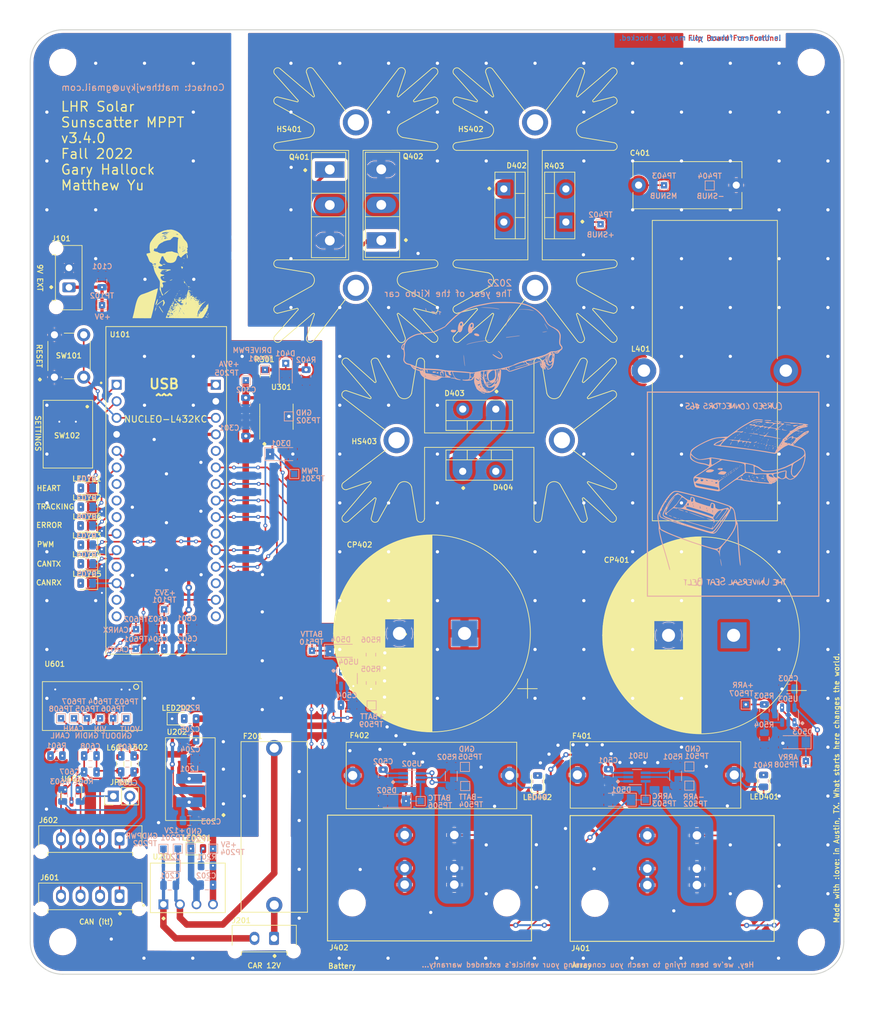
<source format=kicad_pcb>
(kicad_pcb (version 20211014) (generator pcbnew)
  (title_block (title "Sunscatter") (date "2022-06-05") (rev "3.4.0") (company "Longhorn Racing Solar") (comment 1 "Matthew Yu") (comment 2 "Gary Hallock"))
  (layers (0 "F.Cu" signal) (31 "B.Cu" signal) (34 "B.Paste" user) (35 "F.Paste" user) (36 "B.SilkS" user "B.Silkscreen") (37 "F.SilkS" user "F.Silkscreen") (38 "B.Mask" user) (39 "F.Mask" user) (44 "Edge.Cuts" user))
  (net 0 "")
  (net 1 "GND")
  (net 2 "GNDPWR")
  (net 3 "+9V")
  (net 4 "Net-(C204-Pad1)")
  (net 5 "+9VA")
  (net 6 "Net-(C401-Pad1)")
  (net 7 "+5V")
  (net 8 "+3V3")
  (net 9 "Net-(C605-Pad1)")
  (net 10 "Net-(C605-Pad2)")
  (net 11 "Net-(C606-Pad1)")
  (net 12 "Net-(C606-Pad2)")
  (net 13 "+12V")
  (net 14 "/DRIVE_PWM")
  (net 15 "/PWM")
  (net 16 "Net-(D402-Pad2)")
  (net 17 "/ARRAY_CURRENT")
  (net 18 "/BATTERY_CURRENT")
  (net 19 "/ARRAY_VOLTAGE")
  (net 20 "/BATTERY_VOLTAGE")
  (net 21 "Net-(F201-Pad2)")
  (net 22 "Net-(F401-Pad2)")
  (net 23 "Net-(F402-Pad1)")
  (net 24 "Net-(J601-Pad3)")
  (net 25 "Net-(J601-Pad4)")
  (net 26 "Net-(JP601-Pad1)")
  (net 27 "Net-(JP601-Pad2)")
  (net 28 "Net-(LED201-Pad2)")
  (net 29 "Net-(LED202-Pad2)")
  (net 30 "Net-(LED401-Pad2)")
  (net 31 "Net-(LED402-Pad2)")
  (net 32 "Net-(LED701-Pad2)")
  (net 33 "Net-(LED702-Pad2)")
  (net 34 "Net-(LED703-Pad2)")
  (net 35 "/+ARR")
  (net 36 "/+BATT")
  (net 37 "Net-(LED704-Pad2)")
  (net 38 "/-ARR")
  (net 39 "/-BATT")
  (net 40 "Net-(LED705-Pad2)")
  (net 41 "Net-(LED706-Pad2)")
  (net 42 "Net-(R301-Pad1)")
  (net 43 "Net-(R503-Pad1)")
  (net 44 "Net-(R505-Pad1)")
  (net 45 "Net-(R601-Pad1)")
  (net 46 "/HEARTBEAT")
  (net 47 "/TRACKING")
  (net 48 "/CAN_TX")
  (net 49 "/CAN_RX")
  (net 50 "/ERROR")
  (net 51 "/RESET")
  (net 52 "Net-(SW102-Pad3)")
  (net 53 "Net-(SW102-Pad4)")
  (net 58 "/PWM_EN")
  (footprint "Connector_Molex:Molex_Micro-Fit_3.0_43650-0215_1x02_P3.00mm_Vertical" (layer "F.Cu") (at 23.455 57.02 90)
    (fp_text reference "J101")
    (fp_text value "9V Supply")
  )
  (footprint "Footprints:PhoenixContact_PowerCombicon5_GF_2x7.62mm" (layer "F.Cu") (at 112.315 141.16)
    (fp_text reference "J401")
    (fp_text value "Solar Array" hide)
  )
  (footprint "MountingHole:MountingHole_3.2mm_M3" (layer "F.Cu") (at 137.5 157.47 180)
    (fp_text reference "H104" hide)
    (fp_text value "Bottom Right Mounting Hole" hide)
  )
  (footprint "MountingHole:MountingHole_3.2mm_M3" (layer "F.Cu") (at 22.5 157.47 180)
    (fp_text reference "H103" hide)
    (fp_text value "Bottom Left Mounting Hole" hide)
  )
  (footprint "MountingHole:MountingHole_3.2mm_M3" (layer "F.Cu") (at 137.5 22.47 180)
    (fp_text reference "H102" hide)
    (fp_text value "Top Right Mounting Hole" hide)
  )
  (footprint "MountingHole:MountingHole_3.2mm_M3" (layer "F.Cu") (at 22.5 22.47 180)
    (fp_text reference "H101" hide)
    (fp_text value "Top Left Mounting Hole" hide)
  )
  (footprint "Connector_Molex:Molex_Micro-Fit_3.0_43650-0415_1x04_P3.00mm_Vertical" (layer "F.Cu") (at 31.235 141.68 180)
    (fp_text reference "J602")
    (fp_text value "CAN_Out")
  )
  (footprint "Button_Switch_THT:SW_PUSH_6mm" (layer "F.Cu") (at 21.22 70.8 90)
    (fp_text reference "SW101")
    (fp_text value "SW_Push")
  )
  (footprint "Heatsink:Heatsink_Fischer_SK129-STS_42x25mm_2xDrill2.5mm" (layer "F.Cu") (at 86.485 80.475)
    (fp_text reference "HS403")
    (fp_text value "Schottky Diode Heatsink")
  )
  (footprint "Package_TO_SOT_SMD:SOT-23" (layer "F.Cu") (at 23.84 135.065 -90)
    (fp_text reference "U602")
    (fp_text value "CDSOT23-T24CAN")
  )
  (footprint "Package_TO_SOT_THT:TO-220-2_Vertical" (layer "F.Cu") (at 89.03 75.71 180)
    (fp_text reference "D403")
    (fp_text value "Schottky")
  )
  (footprint "Connector_Molex:Molex_Micro-Fit_3.0_43650-0415_1x04_P3.00mm_Vertical" (layer "F.Cu") (at 31.23 150.48 180)
    (fp_text reference "J601")
    (fp_text value "CAN_In")
  )
  (footprint "Resistor_SMD:R_0805_2012Metric" (layer "F.Cu") (at 53.58 70.5875 90)
    (fp_text reference "R301")
    (fp_text value "1.5")
  )
  (footprint "Footprints:05200101Z_Fuze_Holder_5x20_PCB_Mount" (layer "F.Cu") (at 60.0925 126.75 -90)
    (fp_text reference "F201")
    (fp_text value "Fuse")
  )
  (footprint "Package_TO_SOT_THT:TO-220-2_Vertical" (layer "F.Cu") (at 83.95 85.255)
    (fp_text reference "D404")
    (fp_text value "Schottky")
  )
  (footprint "Footprints:05200101Z_Fuze_Holder_5x20_PCB_Mount" (layer "F.Cu") (at 66.045 126.855)
    (fp_text reference "F402")
    (fp_text value "Fuse")
  )
  (footprint "Heatsink:Heatsink_Fischer_SK129-STS_42x25mm_2xDrill2.5mm" (layer "F.Cu") (at 95.065 44.39 90)
    (fp_text reference "HS402")
    (fp_text value "Snubber Heatsink")
  )
  (footprint "Connector_Molex:Molex_Micro-Fit_3.0_43650-0215_1x02_P3.00mm_Vertical" (layer "F.Cu") (at 54.955 156.96 180)
    (fp_text reference "J201")
    (fp_text value "Car Power")
  )
  (footprint "Footprints:MODULE_NUCLEO-L432KC" (layer "F.Cu") (at 38.395 88.18)
    (fp_text reference "U101")
    (fp_text value "MCU_Nucleo_L432KC")
  )
  (footprint "Package_TO_SOT_THT:TO-220-2_Vertical" (layer "F.Cu") (at 99.8 46.985 90)
    (fp_text reference "R403")
    (fp_text value "R")
  )
  (footprint "LED_SMD:LED_0805_2012Metric" (layer "F.Cu") (at 26.19 87.835 180)
    (fp_text reference "LED701")
    (fp_text value "Heartbeat (Blue)")
  )
  (footprint "LED_SMD:LED_0805_2012Metric" (layer "F.Cu") (at 26.1625 93.61 180)
    (fp_text reference "LED706")
    (fp_text value "Error (Amber)")
  )
  (footprint "Footprints:ADM3055EBRIZ" (layer "F.Cu") (at 27.075 121.3425 -90)
    (fp_text reference "U601")
    (fp_text value "ADM3055E")
  )
  (footprint "Inductor_SMD:L_0805_2012Metric" (layer "F.Cu") (at 33.555 130.16 90)
    (fp_text reference "L602")
    (fp_text value "1.8kOhm")
  )
  (footprint "LED_SMD:LED_0805_2012Metric" (layer "F.Cu") (at 26.175 102.44 180)
    (fp_text reference "LED705")
    (fp_text value "CAN_Rx (Blue)")
  )
  (footprint "Inductor_SMD:L_0805_2012Metric" (layer "F.Cu") (at 31.33 130.175 90)
    (fp_text reference "L601")
    (fp_text value "1.8kOhm")
  )
  (footprint "LED_SMD:LED_0805_2012Metric" (layer "F.Cu") (at 26.175 96.565 180)
    (fp_text reference "LED703")
    (fp_text value "PWM (Blue)")
  )
  (footprint "Footprints:IES01_PDS1" (layer "F.Cu") (at 45.915 138.865 180)
    (fp_text reference "U202")
    (fp_text value "IES01_PDS1")
  )
  (footprint "Heatsink:Heatsink_Fischer_SK129-STS_42x25mm_2xDrill2.5mm" (layer "F.Cu") (at 67.53 44.385 90)
    (fp_text reference "HS401")
    (fp_text value "MOSFET Heatsink")
  )
  (footprint "Connector_PinHeader_2.54mm:PinHeader_1x02_P2.54mm_Vertical" (layer "F.Cu") (at 30.265 135.1325 90)
    (fp_text reference "JP601")
    (fp_text value "Jumper")
  )
  (footprint "LED_SMD:LED_0805_2012Metric" (layer "F.Cu") (at 130.18 132.795 90)
    (fp_text reference "LED401")
    (fp_text value "9V (Green)")
  )
  (footprint "Capacitor_THT:C_Rect_L16.5mm_W7.0mm_P15.00mm_MKT" (layer "F.Cu") (at 110.975 41.325)
    (fp_text reference "C401")
    (fp_text value "CP")
  )
  (footprint "Capacitor_THT:CP_Radial_D30.0mm_P10.00mm_SnapIn" (layer "F.Cu") (at 125.57 110.435 180)
    (fp_text reference "CP401")
    (fp_text value "1mF")
  )
  (footprint "Footprints:ADF02ST04_DIP_Switch_2_POS" (layer "F.Cu") (at 24.49 75.355 -90)
    (fp_text reference "SW102")
    (fp_text value "SW_DIP_x02")
  )
  (footprint "LED_SMD:LED_0805_2012Metric" (layer "F.Cu") (at 26.18 99.445 180)
    (fp_text reference "LED704")
    (fp_text value "CAN_Tx (Blue)")
  )
  (footprint "LED_SMD:LED_0805_2012Metric" (layer "F.Cu") (at 43.1125 143.185)
    (fp_text reference "LED201")
    (fp_text value "5V (Green)")
  )
  (footprint "Footprints:CONV_RI3-1205S" (layer "F.Cu") (at 41.7125 149.205)
    (fp_text reference "U201")
    (fp_text value "RI3-1205S")
  )
  (footprint "UTSVT_Special:Hallock_Image_Tiny" (layer "F.Cu") (at 38.58 54.77)
    (fp_text reference "G***" hide)
    (fp_text value "LOGO" hide)
  )
  (footprint "LED_SMD:LED_0805_2012Metric" (layer "F.Cu") (at 40.225 123.235)
    (fp_text reference "LED202")
    (fp_text value "9V (Green)")
  )
  (footprint "Package_TO_SOT_THT:TO-247-3_Vertical" (layer "F.Cu") (at 63.525 38.93 -90)
    (fp_text reference "Q401")
    (fp_text value "NMOS")
  )
  (footprint "Footprints:PhoenixContact_PowerCombicon5_GF_2x7.62mm" (layer "F.Cu") (at 75.035 141.095)
    (fp_text reference "J402")
    (fp_text value "Battery" hide)
  )
  (footprint "Package_TO_SOT_THT:TO-220-2_Vertical" (layer "F.Cu") (at 90.27 41.905 -90)
    (fp_text reference "D402")
    (fp_text value "Schottky")
  )
  (footprint "Package_TO_SOT_THT:TO-247-3_Vertical" (layer "F.Cu") (at 71.435 49.8 90)
    (fp_text reference "Q402")
    (fp_text value "NMOS")
  )
  (footprint "Footprints:L_Toroid_Vertical_L46.0mm_W19.1mm_P21.80mm_Bourns_5700" (layer "F.Cu") (at 133.59 69.795 -90)
    (fp_text reference "L401")
    (fp_text value "560uH" hide)
  )
  (footprint "LED_SMD:LED_0805_2012Metric" (layer "F.Cu") (at 95.455 132.8775 90)
    (fp_text reference "LED402")
    (fp_text value "9V (Green)")
  )
  (footprint "Footprints:05200101Z_Fuze_Holder_5x20_PCB_Mount" (layer "F.Cu") (at 126.67 136.974 180)
    (fp_text reference "F401")
    (fp_text value "Fuse")
  )
  (footprint "Package_SO:SOIC-8_3.9x4.9mm_P1.27mm" (layer "F.Cu") (at 55.33 76.87 90)
    (fp_text reference "U301")
    (fp_text value "UCC37321")
  )
  (footprint "LED_SMD:LED_0805_2012Metric" (layer "F.Cu") (at 26.18 90.73 180)
    (fp_text reference "LED702")
    (fp_text value "Tracking (Blue)")
  )
  (footprint "Capacitor_THT:CP_Radial_D30.0mm_P10.00mm_SnapIn" (layer "F.Cu") (at 84.225 110.145 180)
    (fp_text reference "CP402")
    (fp_text value "1mF")
  )
  (footprint "TestPoint:TestPoint_Pad_1.0x1.0mm" (layer "B.Cu") (at 112.055 135.6975 180)
    (fp_text reference "TP503")
    (fp_text value "Array Current")
  )
  (footprint "Package_TO_SOT_SMD:SOT-363_SC-70-6_Handsoldering" (layer "B.Cu") (at 76.13 132.284)
    (fp_text reference "U502")
    (fp_text value "INA210")
  )
  (footprint "Diode_SMD:D_MiniMELF" (layer "B.Cu") (at 56.1 82.61)
    (fp_text reference "D301")
    (fp_text value "3.3V Zener")
  )
  (footprint "Resistor_SMD:R_0805_2012Metric" (layer "B.Cu") (at 69.865 117.755 -90)
    (fp_text reference "R505")
    (fp_text value "100k")
  )
  (footprint "Capacitor_SMD:C_0805_2012Metric" (layer "B.Cu") (at 32.43 131.4175)
    (fp_text reference "C606")
    (fp_text value "10uF")
  )
  (footprint "TestPoint:TestPoint_Pad_1.0x1.0mm" (layer "B.Cu") (at 84.325 133.576 180)
    (fp_text reference "TP504")
    (fp_text value "-BATT")
  )
  (footprint "Resistor_SMD:R_1206_3216Metric" (layer "B.Cu") (at 116.665 132.025 90)
    (fp_text reference "R501")
    (fp_text value "2m")
  )
  (footprint "TestPoint:TestPoint_Pad_1.0x1.0mm" (layer "B.Cu") (at 32.255 123.1825)
    (fp_text reference "TP603")
    (fp_text value "CAN_ISO_Vout")
  )
  (footprint "Capacitor_SMD:C_0805_2012Metric" (layer "B.Cu") (at 41.59 109.425)
    (fp_text reference "C601")
    (fp_text value "10uF")
  )
  (footprint "Capacitor_SMD:C_0805_2012Metric" (layer "B.Cu") (at 41.595 112.465 180)
    (fp_text reference "C602")
    (fp_text value "100nF")
  )
  (footprint "Resistor_SMD:R_0805_2012Metric" (layer "B.Cu") (at 130.295 126.3025 -90)
    (fp_text reference "R504")
    (fp_text value "3k")
  )
  (footprint "TestPoint:TestPoint_Pad_1.0x1.0mm" (layer "B.Cu") (at 45.6 143.185 180)
    (fp_text reference "TP204")
    (fp_text value "+5V")
  )
  (footprint "Resistor_SMD:R_0805_2012Metric" (layer "B.Cu") (at 42.0775 123.235 180)
    (fp_text reference "R202")
    (fp_text value "330")
  )
  (footprint "Capacitor_SMD:C_0805_2012Metric" (layer "B.Cu") (at 71.72 132.009 90)
    (fp_text reference "C502")
    (fp_text value "100nF")
  )
  (footprint "Capacitor_SMD:C_0805_2012Metric" (layer "B.Cu") (at 42.045 129.43)
    (fp_text reference "C204")
    (fp_text value "4.7uF")
  )
  (footprint "TestPoint:TestPoint_Pad_1.0x1.0mm" (layer "B.Cu") (at 84.29 130.636 180)
    (fp_text reference "TP505")
    (fp_text value "GND")
  )
  (footprint "TestPoint:TestPoint_Pad_1.0x1.0mm" (layer "B.Cu") (at 22.23 123.1825)
    (fp_text reference "TP608")
    (fp_text value "CAN_L")
  )
  (footprint "TestPoint:TestPoint_Pad_1.0x1.0mm" (layer "B.Cu") (at 60.79 112.805 -90)
    (fp_text reference "TP510")
    (fp_text value "Battery Voltage")
  )
  (footprint "Diode_SMD:D_MiniMELF" (layer "B.Cu") (at 65.245 112.81)
    (fp_text reference "D504")
    (fp_text value "3.3V Zener")
  )
  (footprint "TestPoint:TestPoint_Pad_1.0x1.0mm" (layer "B.Cu") (at 77.485 135.879 180)
    (fp_text reference "TP506")
    (fp_text value "Battery Current")
  )
  (footprint "Diode_SMD:D_MiniMELF" (layer "B.Cu") (at 73.465 135.859 180)
    (fp_text reference "D502")
    (fp_text value "3.3V Zener")
  )
  (footprint "Resistor_SMD:R_0805_2012Metric" (layer "B.Cu") (at 22.49 135.025 90)
    (fp_text reference "R603")
    (fp_text value "60.4")
  )
  (footprint "TestPoint:TestPoint_Pad_1.0x1.0mm" (layer "B.Cu") (at 40.1725 143.185 180)
    (fp_text reference "TP201")
    (fp_text value "12V")
  )
  (footprint "Capacitor_SMD:C_0805_2012Metric" (layer "B.Cu") (at 32.445 128.9475)
    (fp_text reference "C605")
    (fp_text value "220nF")
  )
  (footprint "Capacitor_SMD:C_0805_2012Metric" (layer "B.Cu") (at 26.74 131.4275)
    (fp_text reference "C607")
    (fp_text value "100nF")
  )
  (footprint "Capacitor_SMD:C_0805_2012Metric" (layer "B.Cu") (at 41.92 138.87)
    (fp_text reference "C203")
    (fp_text value "4.7uF")
  )
  (footprint "TestPoint:TestPoint_Pad_1.0x1.0mm" (layer "B.Cu") (at 58.065 85.67 -90)
    (fp_text reference "TP301")
    (fp_text value "PWM")
  )
  (footprint "TestPoint:TestPoint_Pad_1.0x1.0mm" (layer "B.Cu") (at 33.745 109.51 180)
    (fp_text reference "TP602")
    (fp_text value "CAN_RX")
  )
  (footprint "Capacitor_SMD:C_0805_2012Metric" (layer "B.Cu") (at 44.6425 148.77 180)
    (fp_text reference "C202")
    (fp_text value "10uF")
  )
  (footprint "Package_TO_SOT_SMD:SOT-23-6" (layer "B.Cu") (at 66.195 117.077382 -90)
    (fp_text reference "U504")
    (fp_text value "OPA990")
  )
  (footprint "TestPoint:TestPoint_Pad_1.0x1.0mm" (layer "B.Cu") (at 28.235 123.1775)
    (fp_text reference "TP604")
    (fp_text value "CAN_ISO_Vin")
  )
  (footprint "Resistor_SMD:R_0805_2012Metric" (layer "B.Cu") (at 21.53 128.9275 180)
    (fp_text reference "R601")
    (fp_text value "0")
  )
  (footprint "Resistor_SMD:R_0805_2012Metric" (layer "B.Cu") (at 69.85 113.4 90)
    (fp_text reference "R506")
    (fp_text value "2k")
  )
  (footprint "TestPoint:TestPoint_Pad_1.0x1.0mm" (layer "B.Cu") (at 33.715 112.49 180)
    (fp_text reference "TP601")
    (fp_text value "CAN_TX")
  )
  (footprint "Diode_SMD:D_MiniMELF" (layer "B.Cu") (at 108.065 135.6825 180)
    (fp_text reference "D501")
    (fp_text value "3.3V Zener")
  )
  (footprint "Diode_SMD:D_SOD-123F" (layer "B.Cu") (at 56.76 70.065 -90)
    (fp_text reference "D401")
    (fp_text value "16.3V Zener")
  )
  (footprint "Inductor_SMD:L_Taiyo-Yuden_NR-50xx" (layer "B.Cu") (at 41.925 134.255 90)
    (fp_text reference "L201")
    (fp_text value "6.8uH")
  )
  (footprint "TestPoint:TestPoint_Pad_1.0x1.0mm" (layer "B.Cu") (at 69.955 121.1925 -90)
    (fp_text reference "TP509")
    (fp_text value "+BATT")
  )
  (footprint "Resistor_SMD:R_0805_2012Metric" (layer "B.Cu") (at 95.465 132.875 90)
    (fp_text reference "R404")
    (fp_text value "27k")
  )
  (footprint "Resistor_SMD:R_0805_2012Metric" (layer "B.Cu") (at 130.3 121.9675 90)
    (fp_text reference "R503")
    (fp_text value "100k")
  )
  (footprint "Capacitor_SMD:C_0805_2012Metric" (layer "B.Cu") (at 50.63 78.88 -90)
    (fp_text reference "C301")
    (fp_text value "100nF")
  )
  (footprint "TestPoint:TestPoint_Pad_1.0x1.0mm" (layer "B.Cu") (at 24.225 123.1825)
    (fp_text reference "TP607")
    (fp_text value "CAN_H")
  )
  (footprint "TestPoint:TestPoint_Pad_1.0x1.0mm" (layer "B.Cu") (at 57.245 76.82 -90)
    (fp_text reference "TP302")
    (fp_text value "AGND")
  )
  (footprint "Capacitor_SMD:C_0805_2012Metric" (layer "B.Cu") (at 133.98 118.675)
    (fp_text reference "C503")
    (fp_text value "100nF")
  )
  (footprint "TestPoint:TestPoint_Pad_1.0x1.0mm" (layer "B.Cu") (at 30.245 123.1825)
    (fp_text reference "TP606")
    (fp_text value "CAN_ISO_GndOut")
  )
  (footprint "Resistor_SMD:R_0805_2012Metric" (layer "B.Cu") (at 25.18 135.04 -90)
    (fp_text reference "R602")
    (fp_text value "60.4")
  )
  (footprint "LOGO" (layer "B.Cu") (at 86.95 66.165 180)
    (fp_text reference "G***" hide)
    (fp_text value "LOGO" hide)
  )
  (footprint "Capacitor_SMD:C_0805_2012Metric" (layer "B.Cu") (at 42.035 126.475)
    (fp_text reference "C205")
    (fp_text value "2.2uF")
  )
  (footprint "Resistor_SMD:R_0805_2012Metric" (layer "B.Cu") (at 26.185 87.82 180)
    (fp_text reference "R701")
    (fp_text value "330")
  )
  (footprint "TestPoint:TestPoint_Pad_1.0x1.0mm" (layer "B.Cu") (at 38.08 106.455 180)
    (fp_text reference "TP101")
    (fp_text value "+3V3")
  )
  (footprint "Resistor_SMD:R_0805_2012Metric" (layer "B.Cu") (at 130.17 132.79 90)
    (fp_text reference "R401")
    (fp_text value "15k")
  )
  (footprint "Resistor_SMD:R_0805_2012Metric" (layer "B.Cu") (at 44.66 145.81 180)
    (fp_text reference "R201")
    (fp_text value "330")
  )
  (footprint "TestPoint:TestPoint_Pad_1.0x1.0mm" (layer "B.Cu") (at 136.665 129.745)
    (fp_text reference "TP508")
    (fp_text value "Array Voltage")
  )
  (footprint "TestPoint:TestPoint_Pad_1.0x1.0mm" (layer "B.Cu") (at 37.965 143.21 180)
    (fp_text reference "TP202")
    (fp_text value "Car GND")
  )
  (footprint "Capacitor_SMD:C_0805_2012Metric" (layer "B.Cu") (at 66.19 121.145 180)
    (fp_text reference "C504")
    (fp_text value "100nF")
  )
  (footprint "Package_TO_SOT_SMD:SOT-23-6" (layer "B.Cu") (at 133.97 122.67 90)
    (fp_text reference "U503")
    (fp_text value "OPA990")
  )
  (footprint "Capacitor_SMD:C_0805_2012Metric" (layer "B.Cu") (at 37.14 109.465)
    (fp_text reference "C603")
    (fp_text value "100nF")
  )
  (footprint "TestPoint:TestPoint_Pad_1.0x1.0mm" (layer "B.Cu") (at 114.88 41.345 180)
    (fp_text reference "TP403")
    (fp_text value "M_SNUB")
  )
  (footprint "TestPoint:TestPoint_Pad_1.0x1.0mm" (layer "B.Cu") (at 121.9 41.37 180)
    (fp_text reference "TP404")
    (fp_text value "-SNUB")
  )
  (footprint "Capacitor_SMD:C_0805_2012Metric" (layer "B.Cu") (at 38.9275 148.805 180)
    (fp_text reference "C201")
    (fp_text value "10uF")
  )
  (footprint "TestPoint:TestPoint_Pad_1.0x1.0mm" (layer "B.Cu") (at 50.625 71.295 -90)
    (fp_text reference "TP205")
    (fp_text value "9VA")
  )
  (footprint "TestPoint:TestPoint_Pad_1.0x1.0mm" (layer "B.Cu") (at 105.13 47.32 180)
    (fp_text reference "TP402")
    (fp_text value "+SNUB")
  )
  (footprint "TestPoint:TestPoint_Pad_1.0x1.0mm" (layer "B.Cu") (at 42.175 143.165 180)
    (fp_text reference "TP203")
    (fp_text value "Board GND")
  )
  (footprint "Capacitor_SMD:C_0805_2012Metric" (layer "B.Cu") (at 37.135 112.485 180)
    (fp_text reference "C604")
    (fp_text value "10nF")
  )
  (footprint "Resistor_SMD:R_0805_2012Metric" (layer "B.Cu") (at 26.185 99.45 180)
    (fp_text reference "R704")
    (fp_text value "330")
  )
  (footprint "TestPoint:TestPoint_Pad_1.0x1.0mm" (layer "B.Cu") (at 118.775 133.511 180)
    (fp_text reference "TP502")
    (fp_text value "-ARR")
  )
  (footprint "Capacitor_SMD:C_0805_2012Metric" (layer "B.Cu") (at 26.74 128.9375 180)
    (fp_text reference "C608")
    (fp_text value "10nF")
  )
  (footprint "LOGO" (layer "B.Cu") (at 125.532333 88.76 180)
    (fp_text reference "G***" hide)
    (fp_text value "LOGO" hide)
  )
  (footprint "TestPoint:TestPoint_Pad_1.0x1.0mm" (layer "B.Cu") (at 127.445 121.06)
    (fp_text reference "TP507")
    (fp_text value "+ARR")
  )
  (footprint "Package_TO_SOT_SMD:SOT-363_SC-70-6_Handsoldering" (layer "B.Cu") (at 110.72 132.1975)
    (fp_text reference "U501")
    (fp_text value "INA210")
  )
  (footprint "Diode_SMD:D_SOD-323F" (layer "B.Cu") (at 39.0625 145.835 180)
    (fp_text reference "D201")
    (fp_text value "13.2V")
  )
  (footprint "Resistor_SMD:R_0805_2012Metric" (layer "B.Cu") (at 26.1575 93.605 180)
    (fp_text reference "R706")
    (fp_text value "330")
  )
  (footprint "TestPoint:TestPoint_Pad_1.0x1.0mm" (layer "B.Cu") (at 26.225 123.1825)
    (fp_text reference "TP605")
    (fp_text value "CAN_ISO_GndIn")
  )
  (footprint "TestPoint:TestPoint_Pad_1.0x1.0mm" (layer "B.Cu") (at 118.775 130.571 180)
    (fp_text reference "TP501")
    (fp_text value "GND")
  )
  (footprint "Resistor_SMD:R_1206_3216Metric" (layer "B.Cu") (at 82.19 132.0475 -90)
    (fp_text reference "R502")
    (fp_text value "2m")
  )
  (footprint "Diode_SMD:D_MiniMELF" (layer "B.Cu") (at 134.915 126.845 180)
    (fp_text reference "D503")
    (fp_text value "3.3V Zener")
  )
  (footprint "TestPoint:TestPoint_Pad_1.0x1.0mm" (layer "B.Cu") (at 28.535 59.75 -90)
    (fp_text reference "TP102")
    (fp_text value "+9V")
  )
  (footprint "Resistor_SMD:R_0805_2012Metric" (layer "B.Cu") (at 26.1775 102.44 180)
    (fp_text reference "R705")
    (fp_text value "330")
  )
  (footprint "Capacitor_SMD:C_0805_2012Metric" (layer "B.Cu") (at 106.335 131.9425 90)
    (fp_text reference "C501")
    (fp_text value "100nF")
  )
  (footprint "Capacitor_SMD:C_0805_2012Metric" (layer "B.Cu") (at 50.61 74.915 -90)
    (fp_text reference "C302")
    (fp_text value "1uF")
  )
  (footprint "TestPoint:TestPoint_Pad_1.0x1.0mm" (layer "B.Cu") (at 53.57 69.67 90)
    (fp_text reference "TP401")
    (fp_text value "GATE")
  )
  (footprint "Resistor_SMD:R_0805_2012Metric" (layer "B.Cu") (at 59.885 70.5625 -90)
    (fp_text reference "R402")
    (fp_text value "10k")
  )
  (footprint "Resistor_SMD:R_0805_2012Metric" (layer "B.Cu") (at 26.1825 96.56 180)
    (fp_text reference "R703")
    (fp_text value "330")
  )
  (footprint "Capacitor_SMD:C_0805_2012Metric" (layer "B.Cu") (at 28.535 56.045 90)
    (fp_text reference "C101")
    (fp_text value "100nF")
  )
  (footprint "Resistor_SMD:R_0805_2012Metric" (layer "B.Cu") (at 26.185 90.73 180)
    (fp_text reference "R702")
    (fp_text value "330")
  )
  (gr_line (start 40.025 47.457786) (end 42.005 42.862786) (layer "F.Cu") (width 0.12))
  (gr_line (start 29.7125 49.297786) (end 34.5675 50.542786) (layer "F.Cu") (width 0.12))
  (gr_line (start 32.3675 44.732786) (end 36.0725 48.087786) (layer "F.Cu") (width 0.12))
  (gr_line (start 30.755 46.825286) (end 35.195 49.125286) (layer "F.Cu") (width 0.12))
  (gr_line (start 42.175 49.155286) (end 46.615 46.855286) (layer "F.Cu") (width 0.12))
  (gr_line (start 42.99 52.155286) (end 48.005 52.155286) (layer "F.Cu") (width 0.12))
  (gr_line (start 29.365 52.125286) (end 34.38 52.125286) (layer "F.Cu") (width 0.12))
  (gr_line (start 38.655 42.355286) (end 38.69 47.365286) (layer "F.Cu") (width 0.12))
  (gr_line (start 42.8025 50.572786) (end 47.6575 49.327786) (layer "F.Cu") (width 0.12))
  (gr_line (start 41.2975 48.117786) (end 45.0025 44.762786) (layer "F.Cu") (width 0.12))
  (gr_line (start 35.365 42.832786) (end 37.345 47.427786) (layer "F.Cu") (width 0.12))
  (gr_line (start 137.5 17.47) (end 22.5 17.47) (layer "Edge.Cuts") (width 0.15))
  (gr_line (start 142.5 157.47) (end 142.5 22.47) (layer "Edge.Cuts") (width 0.15))
  (gr_arc (start 137.5 17.47) (mid 141.035534 18.934466) (end 142.5 22.47) (layer "Edge.Cuts") (width 0.15))
  (gr_arc (start 22.5 162.47) (mid 18.963009 161.006991) (end 17.5 157.47) (layer "Edge.Cuts") (width 0.15))
  (gr_arc (start 17.5 22.47) (mid 18.96446 18.93446) (end 22.5 17.47) (layer "Edge.Cuts") (width 0.15))
  (gr_line (start 137.5 162.47) (end 22.5 162.47) (layer "Edge.Cuts") (width 0.15))
  (gr_line (start 17.5 157.47) (end 17.5 22.47) (layer "Edge.Cuts") (width 0.15))
  (gr_arc (start 142.5 157.47) (mid 141.035534 161.005534) (end 137.5 162.47) (layer "Edge.Cuts") (width 0.15))
  (gr_text "Flip Board For Fortune." (at 125.715 18.755) (layer "F.Cu") (effects (font (size 0.8 0.8))))
  (gr_text "In the near future, you may be shocked." (at 120.425 18.71) (layer "B.Cu") (effects (font (size 0.8 0.8)) (justify mirror)))
  (gr_text "+3V3" (at 38.23 103.89) (layer "B.SilkS") (effects (font (size 0.8 0.8)) (justify mirror)))
  (gr_text "MSNUB" (at 114.81 42.98) (layer "B.SilkS") (effects (font (size 0.8 0.8)) (justify mirror)))
  (gr_text "+ARR" (at 127.03 118.08) (layer "B.SilkS") (effects (font (size 0.8 0.8)) (justify mirror)))
  (gr_text "GND" (at 59.55 76.27) (layer "B.SilkS") (effects (font (size 0.8 0.8)) (justify mirror)))
  (gr_text "-SNUB" (at 122.03 43) (layer "B.SilkS") (effects (font (size 0.8 0.8)) (justify mirror)))
  (gr_text "CANTX" (at 30.81 112.61) (layer "B.SilkS") (effects (font (size 0.8 0.8)) (justify mirror)))
  (gr_text "DRIVEPWM" (at 51.63 66.68) (layer "B.SilkS") (effects (font (size 0.8 0.8)) (justify mirror)))
  (gr_text "+SNUB" (at 105.145 48.925) (layer "B.SilkS") (effects (font (size 0.8 0.8)) (justify mirror)))
  (gr_text "PWM" (at 60.47 85.2) (layer "B.SilkS") (effects (font (size 0.8 0.8)) (justify mirror)))
  (gr_text "." (at 136.14 122.695) (layer "B.SilkS") (effects (font (size 3 3) (thickness 0.3)) (justify mirror)))
  (gr_text "+9VA" (at 48.07 68.79) (layer "B.SilkS") (effects (font (size 0.8 0.8)) (justify mirror)))
  (gr_text "." (at 73.26 131.755) (layer "B.SilkS") (effects (font (size 3 3) (thickness 0.3)) (justify mirror)))
  (gr_text "CANRX" (at 30.665 109.625) (layer "B.SilkS") (effects (font (size 0.8 0.8)) (justify mirror)))
  (gr_text "GND" (at 119.3 127.87) (layer "B.SilkS") (effects (font (size 0.8 0.8)) (justify mirror)))
  (gr_text "GNDIN" (at 26.18 125.8325) (layer "B.SilkS") (effects (font (size 0.8 0.8)) (justify mirror)))
  (gr_text "Contact: matthewjkyu@gmail.com" (at 34.83 26.325) (layer "B.SilkS") (effects (font (size 1 1)) (justify mirror)))
  (gr_text "ARRV" (at 133.96 129.16) (layer "B.SilkS") (effects (font (size 0.8 0.8)) (justify mirror)))
  (gr_text "GNDPWR" (at 34.63 141.24) (layer "B.SilkS") (effects (font (size 0.8 0.8)) (justify mirror)))
  (gr_text "BATTV" (at 60.74 110.26) (layer "B.SilkS") (effects (font (size 0.8 0.8)) (justify mirror)))
  (gr_text "." (at 64.085 114.645) (layer "B.SilkS") (effects (font (size 3 3) (thickness 0.3)) (justify mirror)))
  (gr_text "VOUT" (at 32.81 124.8525) (layer "B.SilkS") (effects (font (size 0.8 0.8)) (justify mirror)))
  (gr_text "+5V" (at 48.02 142.57) (layer "B.SilkS") (effects (font (size 0.8 0.8)) (justify mirror)))
  (gr_text "+9V" (at 28.645 61.525) (layer "B.SilkS") (effects (font (size 0.8 0.8)) (justify mirror)))
  (gr_text "+12V" (at 39.71 140.4) (layer "B.SilkS") (effects (font (size 0.8 0.8)) (justify mirror)))
  (gr_text "2022\nThe year of the Kirbo car" (at 91.6 57.165) (layer "B.SilkS") (effects (font (size 1 1)) (justify left mirror)))
  (gr_text "." (at 107.8 131.66) (layer "B.SilkS") (effects (font (size 3 3) (thickness 0.3)) (justify mirror)))
  (gr_text "Hey, we've been trying to reach you concerning your vehicle's extended warranty..." (at 103.18 161.01) (layer "B.SilkS") (effects (font (size 0.8 0.8)) (justify mirror)))
  (gr_text "CANL" (at 22.125 125.8325) (layer "B.SilkS") (effects (font (size 0.8 0.8)) (justify mirror)))
  (gr_text "CANH" (at 24.145 124.7675) (layer "B.SilkS") (effects (font (size 0.8 0.8)) (justify mirror)))
  (gr_text "GND" (at 84.58 127.9) (layer "B.SilkS") (effects (font (size 0.8 0.8)) (justify mirror)))
  (gr_text "GND" (at 42.65 140.52) (layer "B.SilkS") (effects (font (size 0.8 0.8)) (justify mirror)))
  (gr_text "-ARR" (at 119.46 135.23) (layer "B.SilkS") (effects (font (size 0.8 0.8)) (justify mirror)))
  (gr_text "+BATT" (at 70.055 122.91) (layer "B.SilkS") (effects (font (size 0.8 0.8)) (justify mirror)))
  (gr_text "GNDOUT" (at 30.775 125.8725) (layer "B.SilkS") (effects (font (size 0.8 0.8)) (justify mirror)))
  (gr_text "-BATT" (at 85.2 135.26) (layer "B.SilkS") (effects (font (size 0.8 0.8)) (justify mirror)))
  (gr_text "BATTC" (at 80.37 135.41) (layer "B.SilkS") (effects (font (size 0.8 0.8)) (justify mirror)))
  (gr_text "ARRC" (at 114.63 135.14) (layer "B.SilkS") (effects (font (size 0.8 0.8)) (justify mirror)))
  (gr_text "VIN" (at 28.23 124.8525) (layer "B.SilkS") (effects (font (size 0.8 0.8)) (justify mirror)))
  (gr_text "CAN (it!)" (at 27.635 154.42) (layer "F.SilkS") (effects (font (size 0.8 0.8))))
  (gr_text "." (at 89.145 71.77) (layer "F.SilkS") (effects (font (size 3 3) (thickness 0.3))))
  (gr_text "CANTX" (at 20.365 99.47) (layer "F.SilkS") (effects (font (size 0.8 0.8))))
  (gr_text "." (at 37.985 152.675) (layer "F.SilkS") (effects (font (size 3 3) (thickness 0.3))))
  (gr_text "SETTINGS" (at 18.69 79.435 270) (layer "F.SilkS") (effects (font (size 0.8 0.8))))
  (gr_text "." (at 75.09 109.031) (layer "F.SilkS") (effects (font (size 3 3) (thickness 0.3))))
  (gr_text "HEART" (at 20.335 87.865) (layer "F.SilkS") (effects (font (size 0.8 0.8))))
  (gr_text "." (at 59.755 37.795) (layer "F.SilkS") (effects (font (size 3 3) (thickness 0.3))))
  (gr_text "." (at 75.215 48.53) (layer "F.SilkS") (effects (font (size 3 3) (thickness 0.3))))
  (gr_text "Array" (at 102.24 161.075) (layer "F.SilkS") (effects (font (size 0.8 0.8))))
  (gr_text "CANRX" (at 20.365 102.35) (layer "F.SilkS") (effects (font (size 0.8 0.8))))
  (gr_text "." (at 18.98 69.94) (layer "F.SilkS") (effects (font (size 3 3) (thickness 0.3))))
  (gr_text "PWM" (at 19.86 96.48) (layer "F.SilkS") (effects (font (size 0.8 0.8))))
  (gr_text "TRACKING" (at 21.37 90.69) (layer "F.SilkS") (effects (font (size 0.8 0.8))))
  (gr_text "." (at 53.48 79.83) (layer "F.SilkS") (effects (font (size 3 3) (thickness 0.3))))
  (gr_text "." (at 84.035 86.595) (layer "F.SilkS") (effects (font (size 3 3) (thickness 0.3))))
  (gr_text "." (at 102.33 45.695) (layer "F.SilkS") (effects (font (size 3 3) (thickness 0.3))))
  (gr_text "." (at 88.035 40.62) (layer "F.SilkS") (effects (font (size 3 3) (thickness 0.3))))
  (gr_text "LHR Solar\nSunscatter MPPT \nv3.4.0\nFall 2022\nGary Hallock\nMatthew Yu" (at 22.095 35.31) (layer "F.SilkS") (effects (font (size 1.5 1.5) (thickness 0.2)) (justify left)))
  (gr_text "." (at 47.195 136.8) (layer "F.SilkS") (effects (font (size 3 3) (thickness 0.3))))
  (gr_text "NUCLEO-L432KC" (at 38.305617 77.24729) (layer "F.SilkS") (effects (font (size 1 1))))
  (gr_text "Battery" (at 65.4 161.21) (layer "F.SilkS") (effects (font (size 0.8 0.8))))
  (gr_text "9V EXT" (at 18.99 55.55 270) (layer "F.SilkS") (effects (font (size 0.8 0.8))))
  (gr_text "USB\n^^^" (at 38.065 73.06) (layer "F.SilkS") (effects (font (size 1.5 1.5) (thickness 0.3))))
  (gr_text "ERROR" (at 20.425 93.525) (layer "F.SilkS") (effects (font (size 0.8 0.8))))
  (gr_text "RESET" (at 18.895 67.545 270) (layer "F.SilkS") (effects (font (size 0.8 0.8))))
  (gr_text "Made with :love: in Austin, TX. What starts here changes the world." (at 141.38 133.9 90) (layer "F.SilkS") (effects (font (size 0.8 0.8))))
  (gr_text "." (at 112.455 109.29) (layer "F.SilkS") (effects (font (size 3 3) (thickness 0.3))))
  (gr_text "." (at 55.0475 158.435) (layer "F.SilkS") (effects (font (size 3 3) (thickness 0.3))))
  (gr_text "." (at 31.29 151.9325) (layer "F.SilkS") (effects (font (size 3 3) (thickness 0.3))))
  (gr_text "." (at 20.73 55.755) (layer "F.SilkS") (effects (font (size 3 3) (thickness 0.3))))
  (gr_text "CAR 12V" (at 53.4475 161.14) (layer "F.SilkS") (effects (font (size 0.8 0.8))))
  (segment (start 27.1125 96.565) (end 27.835 96.565) (width 0.25) (layer "F.Cu") (net 1))
  (segment (start 21.95 75.355) (end 21.95 77.615) (width 0.25) (layer "F.Cu") (net 1))
  (segment (start 47.185 126.785) (end 47.17 126.77) (width 1) (layer "F.Cu") (net 1))
  (segment (start 27.73 93.61) (end 28.525 94.405) (width 0.25) (layer "F.Cu") (net 1))
  (segment (start 27.835 96.565) (end 28.505 97.235) (width 0.25) (layer "F.Cu") (net 1))
  (segment (start 47.18 136.325) (end 47.175 136.32) (width 1) (layer "F.Cu") (net 1))
  (segment (start 27.1275 87.835) (end 27.1275 86.5025) (width 0.25) (layer "F.Cu") (net 1))
  (segment (start 47.185 130.985) (end 47.18 130.99) (width 1) (layer "F.Cu") (net 1))
  (segment (start 27.1125 102.5175) (end 28.515 103.92) (width 0.25) (layer "F.Cu") (net 1))
  (segment (start 27.1 93.61) (end 27.73 93.61) (width 0.25) (layer "F.Cu") (net 1))
  (segment (start 21.36 116.6175) (end 21.36 118.73) (width 0.25) (layer "F.Cu") (net 1))
  (segment (start 57.235 76.81) (end 57.245 76.82) (width 0.5) (layer "F.Cu") (net 1))
  (segment (start 27.815 90.73) (end 28.5 91.415) (width 0.25) (layer "F.Cu") (net 1))
  (segment (start 47.185 128.705) (end 47.185 130.985) (width 1) (layer "F.Cu") (net 1))
  (segment (start 57.235 79.345) (end 57.235 81.995) (width 0.25) (layer "F.Cu") (net 1))
  (segment (start 31.51 118.7375) (end 31.53 118.7575) (width 0.25) (layer "F.Cu") (net 1))
  (segment (start 27.1175 99.445) (end 28.09 99.445) (width 0.25) (layer "F.Cu") (net 1))
  (segment (start 28.09 99.445) (end 28.515 99.87) (width 0.25) (layer "F.Cu") (net 1))
  (segment (start 57.235 74.395) (end 57.235 76.81) (width 0.5) (layer "F.Cu") (net 1))
  (segment (start 27.1275 86.5025) (end 26.485 85.86) (width 0.25) (layer "F.Cu") (net 1))
  (segment (start 32.78 116.6225) (end 32.78 118.7725) (width 0.25) (layer "F.Cu") (net 1))
  (segment (start 31.51 116.6225) (end 32.78 116.6225) (width 0.25) (layer "F.Cu") (net 1))
  (segment (start 27.1175 90.73) (end 27.815 90.73) (width 0.25) (layer "F.Cu") (net 1))
  (segment (start 57.235 81.995) (end 57.85 82.61) (width 0.25) (layer "F.Cu") (net 1))
  (segment (start 21.36 118.73) (end 21.345 118.745) (width 0.25) (layer "F.Cu") (net 1))
  (segment (start 32.78 118.7725) (end 32.765 118.7875) (width 0.25) (layer "F.Cu") (net 1))
  (segment (start 47.185 128.705) (end 47.185 126.785) (width 1) (layer "F.Cu") (net 1))
  (segment (start 24.49 75.355) (end 24.49 77.62) (width 0.25) (layer "F.Cu") (net 1))
  (segment (start 31.51 116.6225) (end 31.51 118.7375) (width 0.25) (layer "F.Cu") (net 1))
  (via (at 117.56 60.11) (size 1) (drill 0.5) (layers "F.Cu" "B.Cu") (net 1))
  (via (at 53.155 121.84) (size 1) (drill 0.5) (layers "F.Cu" "B.Cu") (net 1))
  (via (at 20.06 75.11) (size 1) (drill 0.5) (layers "F.Cu" "B.Cu") (net 1))
  (via (at 117.56 37.61) (size 1) (drill 0.5) (layers "F.Cu" "B.Cu") (net 1))
  (via (at 117.56 97.61) (size 1) (drill 0.5) (layers "F.Cu" "B.Cu") (net 1))
  (via (at 28.5 91.415) (size 0.6) (drill 0.3) (layers "F.Cu" "B.Cu") (net 1))
  (via (at 64.975 160.005) (size 1) (drill 0.5) (layers "F.Cu" "B.Cu") (net 1))
  (via (at 72.56 30.11) (size 1) (drill 0.5) (layers "F.Cu" "B.Cu") (net 1))
  (via (at 132.56 135.11) (size 1) (drill 0.5) (layers "F.Cu" "B.Cu") (net 1))
  (via (at 38.43 85.645) (size 1) (drill 0.5) (layers "F.Cu" "B.Cu") (net 1))
  (via (at 58.825 146.365) (size 1) (drill 0.5) (layers "F.Cu" "B.Cu") (net 1))
  (via (at 132.56 105.11) (size 1) (drill 0.5) (layers "F.Cu" "B.Cu") (net 1))
  (via (at 35.06 120.11) (size 1) (drill 0.5) (layers "F.Cu" "B.Cu") (net 1))
  (via (at 53.18 101.11) (size 1) (drill 0.5) (layers "F.Cu" "B.Cu") (net 1))
  (via (at 110.06 105.11) (size 1) (drill 0.5) (layers "F.Cu" "B.Cu") (net 1))
  (via (at 95.06 112.61) (size 1) (drill 0.5) (layers "F.Cu" "B.Cu") (net 1))
  (via (at 35.06 67.61) (size 1) (drill 0.5) (layers "F.Cu" "B.Cu") (net 1))
  (via (at 125.06 150.11) (size 1) (drill 0.5) (layers "F.Cu" "B.Cu") (net 1))
  (via (at 140.06 135.11) (size 1) (drill 0.5) (layers "F.Cu" "B.Cu") (net 1))
  (via (at 27.56 52.61) (size 1) (drill 0.5) (layers "F.Cu" "B.Cu") (net 1))
  (via (at 87.475 160.005) (size 1) (drill 0.5) (layers "F.Cu" "B.Cu") (net 1))
  (via (at 113.91 129.98) (size 1) (drill 0.5) (layers "F.Cu" "B.Cu") (net 1))
  (via (at 117.56 90.11) (size 1) (drill 0.5) (layers "F.Cu" "B.Cu") (net 1))
  (via (at 65.06 67.61) (size 1) (drill 0.5) (layers "F.Cu" "B.Cu") (net 1))
  (via (at 140.06 150.11) (size 1) (drill 0.5) (layers "F.Cu" "B.Cu") (net 1))
  (via (at 111.91 129.98) (size 1) (drill 0.5) (layers "F.Cu" "B.Cu") (net 1))
  (via (at 72.335 124.495) (size 1) (drill 0.5) (layers "F.Cu" "B.Cu") (net 1))
  (via (at 20.06 90.11) (size 1) (drill 0.5) (layers "F.Cu" "B.Cu") (net 1))
  (via (at 20 137.12) (size 1) (drill 0.5) (layers "F.Cu" "B.Cu") (net 1))
  (via (at 104.135 146.285) (size 1) (drill 0.5) (layers "F.Cu" "B.Cu") (net 1))
  (via (at 35.13 55.78) (size 1) (drill 0.5) (layers "F.Cu" "B.Cu") (net 1))
  (via (at 73.705 125.85) (size 1) (drill 0.5) (layers "F.Cu" "B.Cu") (net 1))
  (via (at 65.06 75.11) (size 1) (drill 0.5) (layers "F.Cu" "B.Cu") (net 1))
  (via (at 110.06 90.11) (size 1) (drill 0.5) (layers "F.Cu" "B.Cu") (net 1))
  (via (at 72.56 90.11) (size 1) (drill 0.5) (layers "F.Cu" "B.Cu") (net 1))
  (via (at 42.475 160.005) (size 1) (drill 0.5) (layers "F.Cu" "B.Cu") (net 1))
  (via (at 20.06 37.61) (size 1) (drill 0.5) (layers "F.Cu" "B.Cu") (net 1))
  (via (at 132.56 97.61) (size 1) (drill 0.5) (layers "F.Cu" "B.Cu") (net 1))
  (via (at 72.56 105.11) (size 1) (drill 0.5) (layers "F.Cu" "B.Cu") (net 1))
  (via (at 140.06 37.61) (size 1) (drill 0.5) (layers "F.Cu" "B.Cu") (net 1))
  (via (at 102.495 52.01) (size 1) (drill 0.5) (layers "F.Cu" "B.Cu") (net 1))
  (via (at 117.56 120.11) (size 1) (drill 0.5) (layers "F.Cu" "B.Cu") (net 1))
  (via (at 140.06 97.61) (size 1) (drill 0.5) (layers "F.Cu" "B.Cu") (net 1))
  (via (at 80.06 112.61) (size 1) (drill 0.5) (layers "F.Cu" "B.Cu") (net 1))
  (via (at 75.045 127.18) (size 1) (drill 0.5) (layers "F.Cu" "B.Cu") (net 1))
  (via (at 36.16 112.55) (size 1) (drill 0.5) (layers "F.Cu" "B.Cu") (net 1))
  (via (at 87.56 22.61) (size 1) (drill 0.5) (layers "F.Cu" "B.Cu") (net 1))
  (via (at 132.56 30.11) (size 1) (drill 0.5) (layers "F.Cu" "B.Cu") (net 1))
  (via (at 133.135 126.995) (size 1) (drill 0.5) (layers "F.Cu" "B.Cu") (net 1))
  (via (at 140.06 82.61) (size 1) (drill 0.5) (layers "F.Cu" "B.Cu") (net 1))
  (via (at 20.06 97.61) (size 1) (drill 0.5) (layers "F.Cu" "B.Cu") (net 1))
  (via (at 29.955 157.07) (size 1) (drill 0.5) (layers "F.Cu" "B.Cu") (net 1))
  (via (at 57.85 82.61) (size 1) (drill 0.5) (layers "F.Cu" "B.Cu") (net 1))
  (via (at 109.91 129.98) (size 1) (drill 0.5) (layers "F.Cu" "B.Cu") (net 1))
  (via (at 102.56 60.11) (size 1) (drill 0.5) (layers "F.Cu" "B.Cu") (net 1))
  (via (at 27.56 22.61) (size 1) (drill 0.5) (layers "F.Cu" "B.Cu") (net 1))
  (via (at 99.74 140.095) (size 1) (drill 0.5) (layers "F.Cu" "B.Cu") (net 1))
  (via (at 71.92 122.28) (size 1) (drill 0.5) (layers "F.Cu" "B.Cu") (net 1))
  (via (at 50.06 67.61) (size 1) (drill 0.5) (layers "F.Cu" "B.Cu") (net 1))
  (via (at 72.475 160.005) (size 1) (drill 0.5) (layers "F.Cu" "B.Cu") (net 1))
  (via (at 125.06 142.61) (size 1) (drill 0.5) (layers "F.Cu" "B.Cu") (net 1))
  (via (at 117.56 75.11) (size 1) (drill 0.5) (layers "F.Cu" "B.Cu") (net 1))
  (via (at 124.61 136.625) (size 1) (drill 0.5) (layers "F.Cu" "B.Cu") (net 1))
  (via (at 110.06 52.61) (size 1) (drill 0.5) (layers "F.Cu" "B.Cu") (net 1))
  (via (at 43.755 101.13) (size 1) (drill 0.5) (layers "F.Cu" "B.Cu") (net 1))
  (via (at 80.06 30.11) (size 1) (drill 0.5) (layers "F.Cu" "B.Cu") (net 1))
  (via (at 125.06 30.11) (size 1) (drill 0.5) (layers "F.Cu" "B.Cu") (net 1))
  (via (at 80.06 82.61) (size 1) (drill 0.5) (layers "F.Cu" "B.Cu") (net 1))
  (via (at 42.56 22.61) (size 1) (drill 0.5) (layers "F.Cu" "B.Cu") (net 1))
  (via (at 37.215 139.195) (size 1) (drill 0.5) (layers "F.Cu" "B.Cu") (net 1))
  (via (at 80.06 75.11) (size 1) (drill 0.5) (layers "F.Cu" "B.Cu") (net 1))
  (via (at 72.56 97.61) (size 1) (drill 0.5) (layers "F.Cu" "B.Cu") (net 1))
  (via (at 42.56 75.11) (size 1) (drill 0.5) (layers "F.Cu" "B.Cu") (net 1))
  (via (at 80.06 67.61) (size 1) (drill 0.5) (layers "F.Cu" "B.Cu") (net 1))
  (via (at 20.06 120.11) (size 1) (drill 0.5) (layers "F.Cu" "B.Cu") (net 1))
  (via (at 68.195 146.385) (size 1) (drill 0.5) (layers "F.Cu" "B.Cu") (net 1))
  (via (at 38.415 100.405) (size 1) (drill 0.5) (layers "F.Cu" "B.Cu") (net 1))
  (via (at 27.56 105.11) (size 1) (drill 0.5) (layers "F.Cu" "B.Cu") (net 1))
  (via (at 124.975 160.005) (size 1) (drill 0.5) (layers "F.Cu" "B.Cu") (net 1))
  (via (at 110.06 22.61) (size 1) (drill 0.5) (layers "F.Cu" "B.Cu") (net 1))
  (via (at 102.56 37.61) (size 1) (drill 0.5) (layers "F.Cu" "B.Cu") (net 1))
  (via (at 42.175 143.185) (size 0.6) (drill 0.3) (layers "F.Cu" "B.Cu") (net 1))
  (via (at 102.475 160.005) (size 1) (drill 0.5) (layers "F.Cu" "B.Cu") (net 1))
  (via (at 132.56 52.61) (size 1) (drill 0.5) (layers "F.Cu" "B.Cu") (net 1))
  (via (at 102.56 30.11) (size 1) (drill 0.5) (layers "F.Cu" "B.Cu") (net 1))
  (via (at 76.435 128.56) (size 1) (drill 0.5) (layers "F.Cu" "B.Cu") (net 1))
  (via (at 140.06 45.11) (size 1) (drill 0.5) (layers "F.Cu" "B.Cu") (net 1))
  (via (at 125.06 37.61) (size 1) (drill 0.5) (layers "F.Cu" "B.Cu") (net 1))
  (via (at 109.975 160.005) (size 1) (drill 0.5) (layers "F.Cu" "B.Cu") (net 1))
  (via (at 72.56 67.61) (size 1) (drill 0.5) (layers "F.Cu" "B.Cu") (net 1))
  (via (at 117.56 45.11) (size 1) (drill 0.5) (layers "F.Cu" "B.Cu") (net 1))
  (via (at 53.155 114.34) (size 1) (drill 0.5) (layers "F.Cu" "B.Cu") (net 1))
  (via (at 125.06 67.61) (size 1) (drill 0.5) (layers "F.Cu" "B.Cu") (net 1))
  (via (at 132.56 82.61) (size 1) (drill 0.5) (layers "F.Cu" "B.Cu") (net 1))
  (via (at 117.475 160.005) (size 1) (drill 0.5) (layers "F.Cu" "B.Cu") (net 1))
  (via (at 42.56 67.61) (size 1) (drill 0.5) (layers "F.Cu" "B.Cu") (net 1))
  (via (at 140.06 120.11) (size 1) (drill 0.5) (layers "F.Cu" "B.Cu") (net 1))
  (via (at 110.06 30.11) (size 1) (drill 0.5) (layers "F.Cu" "B.Cu") (net 1))
  (via (at 71.985 113.135) (size 1) (drill 0.5) (layers "F.Cu" "B.Cu") (net 1))
  (via (at 88.845 136.685) (size 1) (drill 0.5) (layers "F.Cu" "B.Cu") (net 1))
  (via (at 125.06 45.11) (size 1) (drill 0.5) (layers "F.Cu" "B.Cu") (net 1))
  (via (at 35.06 75.11) (size 1) (drill 0.5) (layers "F.Cu" "B.Cu") (net 1))
  (via (at 58.825 153.865) (size 1) (drill 0.5) (layers "F.Cu" "B.Cu") (net 1))
  (via (at 121.375 130.555) (size 1) (drill 0.5) (layers "F.Cu" "B.Cu") (net 1))
  (via (at 79.975 160.005) (size 1) (drill 0.5) (layers "F.Cu" "B.Cu") (net 1))
  (via (at 95.88 130.02) (size 1) (drill 0.5) (layers "F.Cu" "B.Cu") (net 1))
  (via (at 117.56 22.61) (size 1) (drill 0.5) (layers "F.Cu" "B.Cu") (net 1))
  (via (at 80.06 90.11) (size 1) (drill 0.5) (layers "F.Cu" "B.Cu") (net 1))
  (via (at 27.56 45.11) (size 1) (drill 0.5) (layers "F.Cu" "B.Cu") (net 1))
  (via (at 71.94 117.435) (size 1) (drill 0.5) (layers "F.Cu" "B.Cu") (net 1))
  (via (at 79.035 152.98) (size 1) (drill 0.5) (layers "F.Cu" "B.Cu") (net 1))
  (via (at 57.56 45.11) (size 1) (drill 0.5) (layers "F.Cu" "B.Cu") (net 1))
  (via (at 117.56 67.61) (size 1) (drill 0.5) (layers "F.Cu" "B.Cu") (net 1))
  (via (at 20.06 105.11) (size 1) (drill 0.5) (layers "F.Cu" "B.Cu") (net 1))
  (via (at 33.19 90.77) (size 1) (drill 0.5) (layers "F.Cu" "B.Cu") (net 1))
  (via (at 102.56 90.11) (size 1) (drill 0.5) (layers "F.Cu" "B.Cu") (net 1))
  (via (at 38.43 93.145) (size 1) (drill 0.5) (layers "F.Cu" "B.Cu") (net 1))
  (via (at 71.935 119.925) (size 1) (drill 0.5) (layers "F.Cu" "B.Cu") (net 1))
  (via (at 95.06 90.11) (size 1) (drill 0.5) (layers "F.Cu" "B.Cu") (net 1))
  (via (at 110.06 82.61) (size 1) (drill 0.5) (layers "F.Cu" "B.Cu") (net 1))
  (via (at 110.06 45.11) (size 1) (drill 0.5) (layers "F.Cu" "B.Cu") (net 1))
  (via (at 65.06 112.61) (size 1) (drill 0.5) (layers "F.Cu" "B.Cu") (net 1))
  (via (at 117.56 30.11) (size 1) (drill 0.5) (layers "F.Cu" "B.Cu") (net 1))
  (via (at 125.06 60.11) (size 1) (drill 0.5) (layers "F.Cu" "B.Cu") (net 1))
  (via (at 27.56 120.11) (size 1) (drill 0.5) (layers "F.Cu" "B.Cu") (net 1))
  (via (at 53.155 106.84) (size 1) (drill 0.5) (layers "F.Cu" "B.Cu") (net 1))
  (via (at 140.06 67.61) (size 1) (drill 0.5) (layers "F.Cu" "B.Cu") (net 1))
  (via (at 57.56 52.61) (size 1) (drill 0.5) (layers "F.Cu" "B.Cu") (net 1))
  (via (at 66.615 128.15) (size 1) (drill 0.5) (layers "F.Cu" "B.Cu") (net 1))
  (via (at 140.06 127.61) (size 1) (drill 0.5) (layers "F.Cu" "B.Cu") (net 1))
  (via (at 28.515 103.92) (size 0.6) (drill 0.3) (layers "F.Cu" "B.Cu") (net 1))
  (via (at 65.06 90.11) (size 1) (drill 0.5) (layers "F.Cu" "B.Cu") (net 1))
  (via (at 132.56 22.61) (size 1) (drill 0.5) (layers "F.Cu" "B.Cu") (net 1))
  (via (at 65.06 105.11) (size 1) (drill 0.5) (layers "F.Cu" "B.Cu") (net 1))
  (via (at 80.06 120.11) (size 1) (drill 0.5) (layers "F.Cu" "B.Cu") (net 1))
  (via (at 21.345 118.745) (size 0.6) (drill 0.3) (layers "F.Cu" "B.Cu") (net 1))
  (via (at 42.56 120.11) (size 1) (drill 0.5) (layers "F.Cu" "B.Cu") (net 1))
  (via (at 94.975 160.005) (size 1) (drill 0.5) (layers "F.Cu" "B.Cu") (net 1))
  (via (at 132.56 60.11) (size 1) (drill 0.5) (layers "F.Cu" "B.Cu") (net 1))
  (via (at 80.06 37.61) (size 1) (drill 0.5) (layers "F.Cu" "B.Cu") (net 1))
  (via (at 28.515 99.87) (size 0.6) (drill 0.3) (layers "F.Cu" "B.Cu") (net 1))
  (via (at 24.51 77.64) (size 0.6) (drill 0.3) (layers "F.Cu" "B.Cu") (net 1))
  (via (at 72.56 75.11) (size 1) (drill 0.5) (layers "F.Cu" "B.Cu") (net 1))
  (via (at 80.06 97.61) (size 1) (drill 0.5) (layers "F.Cu" "B.Cu") (net 1))
  (via (at 28.525 94.405) (size 0.6) (drill 0.3) (layers "F.Cu" "B.Cu") (net 1))
  (via (at 132.56 90.11) (size 1) (drill 0.5) (layers "F.Cu" "B.Cu") (net 1))
  (via (at 57.56 22.61) (size 1) (drill 0.5) (layers "F.Cu" "B.Cu") (net 1))
  (via (at 57.56 30.11) (size 1) (drill 0.5) (layers "F.Cu" "B.Cu") (net 1))
  (via (at 20.06 112.61) (size 1) (drill 0.5) (layers "F.Cu" "B.Cu") (net 1))
  (via (at 31.53 118.7575) (size 0.6) (drill 0.3) (layers "F.Cu" "B.Cu") (net 1))
  (via (at 140.06 112.61) (size 1) (drill 0.5) (layers "F.Cu" "B.Cu") (net 1))
  (via (at 103.03 127.245) (size 1) (drill 0.5) (layers "F.Cu" "B.Cu") (net 1))
  (via (at 57.245 76.82) (size 1) (drill 0.5) (layers "F.Cu" "B.Cu") (net 1))
  (via (at 80.06 22.61) (size 1) (drill 0.5) (layers "F.Cu" "B.Cu") (net 1))
  (via (at 110.06 112.61) (size 1) (drill 0.5) (layers "F.Cu" "B.Cu") (net 1))
  (via (at 95.26 142.585) (size 1) (drill 0.5) (layers "F.Cu" "B.Cu") (net 1))
  (via (at 86.77 130.675) (size 1) (drill 0.5) (layers "F.Cu" "B.Cu") (net 1))
  (via (at 39.3 123.245) (size 0.8) (drill 0.4) (layers "F.Cu" "B.Cu") (net 1))
  (via (at 77.09 51.805) (size 1) (drill 0.5) (layers "F.Cu" "B.Cu") (net 1))
  (via (at 42.56 112.61) (size 1) (drill 0.5) (layers "F.Cu" "B.Cu") (net 1))
  (via (at 43.725 83.885) (size 1) (drill 0.5) (layers "F.Cu" "B.Cu") (net 1))
  (via (at 50.395 135.11) (size 1) (drill 0.5) (layers "F.Cu" "B.Cu") (net 1))
  (via (at 132.475 160.005) (size 1) (drill 0.5) (layers "F.Cu" "B.Cu") (net 1))
  (via (at 43.725 91.385) (size 1) (drill 0.5) (layers "F.Cu" "B.Cu") (net 1))
  (via (at 102.56 112.61) (size 1) (drill 0.5) (layers "F.Cu" "B.Cu") (net 1))
  (via (at 77.775 129.89) (size 1) (drill 0.5) (layers "F.Cu" "B.Cu") (net 1))
  (via (at 110.06 37.61) (size 1) (drill 0.5) (layers "F.Cu" "B.Cu") (net 1))
  (via (at 34.975 160.005) (size 1) (drill 0.5) (layers "F.Cu" "B.Cu") (net 1))
  (via (at 87.56 30.11) (size 1) (drill 0.5) (layers "F.Cu" "B.Cu") (net 1))
  (via (at 95.285 149.12) (size 1) (drill 0.5) (layers "F.Cu" "B.Cu") (net 1))
  (via (at 102.56 22.61) (size 1) (drill 0.5) (layers "F.Cu" "B.Cu") (net 1))
  (via (at 87.56 142.61) (size 1) (drill 0.5) (layers "F.Cu" "B.Cu") (net 1))
  (via (at 65.06 60.11) (size 1) (drill 0.5) (layers "F.Cu" "B.Cu") (net 1))
  (via (at 87.56 150.11) (size 1) (drill 0.5) (layers "F.Cu" "B.Cu") (net 1))
  (via (at 102.56 105.11) (size 1) (drill 0.5) (layers "F.Cu" "B.Cu") (net 1))
  (via (at 21.975 77.64) (size 0.6) (drill 0.3) (layers "F.Cu" "B.Cu") (net 1))
  (via (at 97.21 128.68) (size 1) (drill 0.5) (layers "F.Cu" "B.Cu") (net 1))
  (via (at 110.06 97.61) (size 1) (drill 0.5) (layers "F.Cu" "B.Cu") (net 1))
  (via (at 110.06 120.11) (size 1) (drill 0.5) (layers "F.Cu" "B.Cu") (net 1))
  (via (at 80.06 60.11) (size 1) (drill 0.5) (layers "F.Cu" "B.Cu") (net 1))
  (via (at 42.56 30.11) (size 1) (drill 0.5) (layers "F.Cu" "B.Cu") (net 1))
  (via (at 56.06 120.055) (size 1) (drill 0.5) (layers "F.Cu" "B.Cu") (net 1))
  (via (at 95.06 105.11) (size 1) (drill 0.5) (layers "F.Cu" "B.Cu") (net 1))
  (via (at 71.94 115.435) (size 1) (drill 0.5) (layers "F.Cu" "B.Cu") (net 1))
  (via (at 117.56 82.61) (size 1) (drill 0.5) (layers "F.Cu" "B.Cu") (net 1))
  (via (at 71.23 127.945) (size 1) (drill 0.5) (layers "F.Cu" "B.Cu") (net 1))
  (via (at 140.06 75.11) (size 1) (drill 0.5) (layers "F.Cu" "B.Cu") (net 1))
  (via (at 36.545 80.37) (size 1) (drill 0.5) (layers "F.Cu" "B.Cu") (net 1))
  (via (at 20.06 82.61) (size 1) (drill 0.5) (layers "F.Cu" "B.Cu") (net 1))
  (via (at 80.06 105.11) (size 1) (drill 0.5) (layers "F.Cu" "B.Cu") (net 1))
  (via (at 102.56 82.61) (size 1) (drill 0.5) (layers "F.Cu" "B.Cu") (net 1))
  (via (at 72.56 60.11) (size 1) (drill 0.5) (layers "F.Cu" "B.Cu") (net 1))
  (via (at 106.755 128.625) (size 1) (drill 0.5) (layers "F.Cu" "B.Cu") (net 1))
  (via (at 87.56 37.61) (size 1) (drill 0.5) (layers "F.Cu" "B.Cu") (net 1))
  (via (at 140.06 142.61) (size 1) (drill 0.5) (layers "F.Cu" "B.Cu") (net 1))
  (via (at 132.56 45.11) (size 1) (drill 0.5) (layers "F.Cu" "B.Cu") (net 1))
  (via (at 58.825 138.865) (size 1) (drill 0.5) (layers "F.Cu" "B.Cu") (net 1))
  (via (at 57.59 38.59) (size 1) (drill 0.5) (layers "F.Cu" "B.Cu") (net 1))
  (via (at 140.06 105.11) (size 1) (drill 0.5) (layers "F.Cu" "B.Cu") (net 1))
  (via (at 72.56 22.61) (size 1) (drill 0.5) (layers "F.Cu" "B.Cu") (net 1))
  (via (at 58.825 131.365) (size 1) (drill 0.5) (layers "F.Cu" "B.Cu") (net 1))
  (via (at 132.56 142.61) (size 1) (drill 0.5) (layers "F.Cu" "B.Cu") (net 1))
  (via (at 140.06 60.11) (size 1) (drill 0.5) (layers "F.Cu" "B.Cu") (net 1))
  (via (at 98.59 127.31) (size 1) (drill 0.5) (layers "F.Cu" "B.Cu") (net 1))
  (via (at 26.485 85.86) (size 0.6) (drill 0.3) (layers "F.Cu" "B.Cu") (net 1))
  (via (at 32.765 118.7875) (size 0.6) (drill 0.3) (layers "F.Cu" "B.Cu") (net 1))
  (via (at 42.56 37.61) (size 1) (drill 0.5) (layers "F.Cu" "B.Cu") (net 1))
  (via (at 132.56 112.61) (size 1) (drill 0.5) (layers "F.Cu" "B.Cu") (net 1))
  (via (at 33.2 101.225) (size 1) (drill 0.5) (layers "F.Cu" "B.Cu") (net 1))
  (via (at 28.505 97.235) (size 0.6) (drill 0.3) (layers "F.Cu" "B.Cu") (net 1))
  (via (at 65.06 82.61) (size 1) (drill 0.5) (layers "F.Cu" "B.Cu") (net 1))
  (via (at 102.56 120.11) (size 1) (drill 0.5) (layers "F.Cu" "B.Cu") (net 1))
  (via (at 125.06 22.61) (size 1) (drill 0.5) (layers "F.Cu" "B.Cu") (net 1))
  (via (at 125.06 52.61) (size 1) (drill 0.5) (layers "F.Cu" "B.Cu") (net 1))
  (via (at 35.06 22.61) (size 1) (drill 0.5) (layers "F.Cu" "B.Cu") (net 1))
  (via (at 65.06 97.61) (size 1) (drill 0.5) (layers "F.Cu" "B.Cu") (net 1))
  (via (at 117.56 127.61) (size 1) (drill 0.5) (layers "F.Cu" "B.Cu") (net 1))
  (via (at 105.385 127.245) (size 1) (drill 0.5) (layers "F.Cu" "B.Cu") (net 1))
  (via (at 95.06 22.61) (size 1) (drill 0.5) (layers "F.Cu" "B.Cu") (net 1))
  (via (at 117.56 52.61) (size 1) (drill 0.5) (layers "F.Cu" "B.Cu") (net 1))
  (via (at 117.56 105.11) (size 1) (drill 0.5) (layers "F.Cu" "B.Cu") (net 1))
  (via (at 116.38 152.73) (size 1) (drill 0.5) (layers "F.Cu" "B.Cu") (net 1))
  (via (at 110.06 60.11) (size 1) (drill 0.5) (layers "F.Cu" "B.Cu") (net 1))
  (via (at 133 118.68) (size 1) (drill 0.5) (layers "F.Cu" "B.Cu") (net 1))
  (via (at 140.06 30.11) (size 1) (drill 0.5) (layers "F.Cu" "B.Cu") (net 1))
  (via (at 20.06 45.11) (size 1) (drill 0.5) (layers "F.Cu" "B.Cu") (net 1))
  (via (at 140.06 90.11) (size 1) (drill 0.5) (layers "F.Cu" "B.Cu") (net 1))
  (via (at 65.06 22.61) (size 1) (drill 0.5) (layers "F.Cu" "B.Cu") (net 1))
  (via (at 57.56 60.11) (size 1) (drill 0.5) (layers "F.Cu" "B.Cu") (net 1))
  (via (at 132.56 37.61) (size 1) (drill 0.5) (layers "F.Cu" "B.Cu") (net 1))
  (via (at 140.06 52.61) (size 1) (drill 0.5) (layers "F.Cu" "B.Cu") (net 1))
  (via (at 95.06 97.61) (size 1) (drill 0.5) (layers "F.Cu" "B.Cu") (net 1))
  (via (at 132.555 148.95) (size 1) (drill 0.5) (layers "F.Cu" "B.Cu") (net 1))
  (via (at 102.56 97.61) (size 1) (drill 0.5) (layers "F.Cu" "B.Cu") (net 1))
  (via (at 47.18 130.99) (size 1) (drill 0.5) (layers "F.Cu" "B.Cu") (net 1))
  (via (at 20.06 30.11) (size 1) (drill 0.5) (layers "F.Cu" "B.Cu") (net 1))
  (via (at 95.06 120.11) (size 1) (drill 0.5) (layers "F.Cu" "B.Cu") (net 1))
  (via (at 47.17 126.77) (size 1) (drill 0.5) (layers "F.Cu" "B.Cu") (net 1))
  (via (at 47.18 136.315) (size 1) (drill 0.5) (layers "F.Cu" "B.Cu") (net 1))
  (via (at 100.895 127.23) (size 1) (drill 0.5) (layers "F.Cu" "B.Cu") (net 1))
  (via (at 108.095 129.955) (size 1) (drill 0.5) (layers "F.Cu" "B.Cu") (net 1))
  (via (at 42.63 55.78) (size 1) (drill 0.5) (layers "F.Cu" "B.Cu") (net 1))
  (segment (start 42.87 140.28) (end 42.87 138.87) (width 1) (layer "B.Cu") (net 1))
  (segment (start 114.89 131.5475) (end 114.8975 131.54) (width 0.25) (layer "B.Cu") (net 1))
  (segment (start 66.195 115.939882) (end 66.195 113.61) (width 0.25) (layer "B.Cu") (net 1))
  (segment (start 66.195 115.939882) (end 66.195 118.214882) (width 0.25) (layer "B.Cu") (net 1))
  (segment (start 59.825 59.31) (end 59.825 67.16) (width 0.5) (layer "B.Cu") (net 1))
  (segment (start 42.22 147.815) (end 42.22 143.135) (width 1) (layer "B.Cu") (net 1))
  (segment (start 42.175 140.975) (end 42.87 140.28) (width 1) (layer "B.Cu") (net 1))
  (segment (start 77.46 132.284) (end 80.491 132.284) (width 0.25) (layer "B.Cu") (net 1))
  (segment (start 133.97 123.8075) (end 133.97 126.04) (width 0.25) (layer "B.Cu") (net 1))
  (segment (start 59.825 67.16) (end 61.605 68.94) (width 0.5) (layer "B.Cu") (net 1))
  (segment (start 109.39 132.8475) (end 106.38 132.8475) (width 0.25) (layer "B.Cu") (net 1))
  (segment (start 116.3125 130.5625) (end 115.335 131.54) (width 0.25) (layer "B.Cu") (net 1))
  (segment (start 43.0425 149.42) (end 43.6925 148.77) (width 1) (layer "B.Cu") (net 1))
  (segment (start 133.97 121.5325) (end 133.97 119.615) (width 0.25) (layer "B.Cu") (net 1))
  (segment (start 66.195 113.61) (end 66.995 112.81) (width 0.25) (layer "B.Cu") (net 1))
  (segment (start 133.97 126.04) (end 133.165 126.845) (width 0.25) (layer "B.Cu") (net 1))
  (segment (start 63.525 55.61) (end 59.825 59.31) (width 0.5) (layer "B.Cu") (net 1))
  (segment (start 43.0425 149.42) (end 43.0425 148.6375) (width 1) (layer "B.Cu") (net 1))
  (segment (start 43.0425 148.6375) (end 42.22 147.815) (width 1) (layer "B.Cu") (net 1))
  (segment (start 133.97 119.615) (end 133.03 118.675) (width 0.25) (layer "B.Cu") (net 1))
  (segment (start 112.05 131.5475) (end 114.89 131.5475) (width 0.25) (layer "B.Cu") (net 1))
  (segment (start 66.195 118.214882) (end 66.195 120.2) (width 0.25) (layer "B.Cu") (net 1))
  (segment (start 61.605 70.755) (end 60.885 71.475) (width 0.5) (layer "B.Cu") (net 1))
  (segment (start 71.72 132.959) (end 72.395 132.284) (width 0.25) (layer "B.Cu") (net 1))
  (segment (start 115.335 131.54) (end 114.8975 131.54) (width 0.25) (layer "B.Cu") (net 1))
  (segment (start 60.885 71.475) (end 59.885 71.475) (width 0.5) (layer "B.Cu") (net 1))
  (segment (start 42.175 143.165) (end 42.175 140.975) (width 1) (layer "B.Cu") (net 1))
  (segment (start 133.97 123.8075) (end 133.97 121.5325) (width 0.25) (layer "B.Cu") (net 1))
  (segment (start 43.0425 151.735) (end 43.0425 149.42) (width 1) (layer "B.Cu") (net 1))
  (segment (start 109.39 132.1975) (end 107.03 132.1975) (width 0.25) (layer "B.Cu") (net 1))
  (segment (start 61.605 68.94) (end 61.605 70.755) (width 0.5) (layer "B.Cu") (net 1))
  (segment (start 63.525 49.83) (end 63.525 55.61) (width 0.5) (layer "B.Cu") (net 1))
  (segment (start 80.491 132.284) (end 82.19 130.585) (width 0.25) (layer "B.Cu") (net 1))
  (segment (start 66.195 120.2) (end 67.14 121.145) (width 0.25) (layer "B.Cu") (net 1))
  (segment (start 106.335 132.8925) (end 107.03 132.1975) (width 0.25) (layer "B.Cu") (net 1))
  (segment (start 74.8 132.284) (end 72.395 132.284) (width 0.25) (layer "B.Cu") (net 1))
  (segment (start 74.8 132.934) (end 71.745 132.934) (width 0.25) (layer "B.Cu") (net 1))
  (segment (start 37.9625 155.0725) (end 37.9625 151.735) (width 1) (layer "F.Cu") (net 2))
  (segment (start 39.85 156.96) (end 37.9625 155.0725) (width 1) (layer "F.Cu") (net 2))
  (segment (start 51.955 156.96) (end 39.85 156.96) (width 1) (layer "F.Cu") (net 2))
  (segment (start 37.9775 148.805) (end 37.9775 151.72) (width 0.5) (layer "B.Cu") (net 2))
  (segment (start 37.9625 145.835) (end 37.9625 148.79) (width 0.5) (layer "B.Cu") (net 2))
  (segment (start 37.9625 145.835) (end 37.9625 143.2125) (width 0.5) (layer "B.Cu") (net 2))
  (segment (start 28.535 56.995) (end 28.535 59.75) (width 0.5) (layer "F.Cu") (net 3))
  (segment (start 28.535 66.725) (end 33.775 71.965) (width 0.5) (layer "F.Cu") (net 3))
  (segment (start 23.57 56.995) (end 28.535 56.995) (width 0.5) (layer "F.Cu") (net 3))
  (segment (start 33.775 71.965) (end 46.015 71.965) (width 0.5) (layer "F.Cu") (net 3))
  (segment (start 28.535 59.75) (end 28.535 66.725) (width 0.5) (layer "F.Cu") (net 3))
  (via (at 28.535 56.995) (size 0.6) (drill 0.3) (layers "F.Cu" "B.Cu") (net 3))
  (via (at 28.535 59.75) (size 0.6) (drill 0.3) (layers "F.Cu" "B.Cu") (net 3))
  (segment (start 41.955 132.485) (end 41.925 132.455) (width 1) (layer "F.Cu") (net 4))
  (segment (start 47.185 133.785) (end 45.925 133.785) (width 1) (layer "F.Cu") (net 4))
  (segment (start 44.625 132.485) (end 41.955 132.485) (width 1) (layer "F.Cu") (net 4))
  (segment (start 45.925 133.785) (end 44.625 132.485) (width 1) (layer "F.Cu") (net 4))
  (via (at 41.925 132.455) (size 1) (drill 0.5) (layers "F.Cu" "B.Cu") (net 4))
  (segment (start 41.095 131.625) (end 41.095 129.43) (width 1) (layer "B.Cu") (net 4))
  (segment (start 41.925 132.455) (end 41.095 131.625) (width 1) (layer "B.Cu") (net 4))
  (segment (start 132.21 154.95) (end 131.815 154.95) (width 0.25) (layer "F.Cu") (net 5))
  (segment (start 71.72 131.059) (end 71.72 130.795) (width 0.25) (layer "F.Cu") (net 5))
  (segment (start 138.44 124.95) (end 138.44 148.72) (width 0.25) (layer "F.Cu") (net 5))
  (segment (start 42.985 123.24) (end 42.99 123.235) (width 1) (layer "F.Cu") (net 5))
  (segment (start 65.245 124.32) (end 51.44 124.32) (width 1) (layer "F.Cu") (net 5))
  (segment (start 65.245 124.32) (end 65.395 124.47) (width 0.25) (layer "F.Cu") (net 5))
  (segment (start 64.209 153.324) (end 65.825 154.94) (width 0.3) (layer "F.Cu") (net 5))
  (segment (start 42.985 126.475) (end 42.985 123.24) (width 1) (layer "F.Cu") (net 5))
  (segment (start 64.209 126.666) (end 64.209 124.544) (width 0.25) (layer "F.Cu") (net 5))
  (segment (start 106.335 130.21) (end 104.891902 128.766902) (width 0.3) (layer "F.Cu") (net 5))
  (segment (start 106.335 130.9925) (end 106.335 130.21) (width 0.3) (layer "F.Cu") (net 5))
  (segment (start 97.48 149.555) (end 97.48 131.015) (width 0.3) (layer "F.Cu") (net 5))
  (segment (start 138.44 148.72) (end 132.21 154.95) (width 0.25) (layer "F.Cu") (net 5))
  (segment (start 40.755 128.705) (end 42.985 126.475) (width 1) (layer "F.Cu") (net 5))
  (segment (start 52.995 73.965) (end 53.425 74.395) (width 0.5) (layer "F.Cu") (net 5))
  (segment (start 50.61 71.31) (end 50.625 71.295) (width 1) (layer "F.Cu") (net 5))
  (segment (start 127.535 154.935) (end 127.57 154.97) (width 0.3) (layer "F.Cu") (net 5))
  (segment (start 64.209 126.666) (end 64.209 153.324) (width 0.3) (layer "F.Cu") (net 5))
  (segment (start 65.825 154.94) (end 92.095 154.94) (width 0.3) (layer "F.Cu") (net 5))
  (segment (start 37.025 128.705) (end 40.755 128.705) (width 1) (layer "F.Cu") (net 5))
  (segment (start 42.99 123.235) (end 50.355 123.235) (width 1) (layer "F.Cu") (net 5))
  (segment (start 71.72 130.795) (end 65.395 124.47) (width 0.25) (layer "F.Cu") (net 5))
  (segment (start 92.095 154.94) (end 97.48 149.555) (width 0.3) (layer "F.Cu") (net 5))
  (segment (start 96.49 154.935) (end 127.535 154.935) (width 0.3) (layer "F.Cu") (net 5))
  (segment (start 52.94 79.83) (end 53.425 79.345) (width 0.5) (layer "F.Cu") (net 5))
  (segment (start 50.355 123.235) (end 51.44 124.32) (width 1) (layer "F.Cu") (net 5))
  (segment (start 99.810597 128.766902) (end 104.891902 128.766902) (width 0.3) (layer "F.Cu") (net 5))
  (segment (start 50.61 73.965) (end 52.995 73.965) (width 0.5) (layer "F.Cu") (net 5))
  (segment (start 65.245 121.14) (end 65.245 124.32) (width 0.25) (layer "F.Cu") (net 5))
  (segment (start 50.61 73.965) (end 50.61 71.31) (width 1) (layer "F.Cu") (net 5))
  (segment (start 50.61 73.965) (end 50.61 123.49) (width 1) (layer "F.Cu") (net 5))
  (segment (start 50.63 79.83) (end 52.94 79.83) (width 0.5) (layer "F.Cu") (net 5))
  (via (at 99.810597 128.766902) (size 0.8) (drill 0.4) (layers "F.Cu" "B.Cu") (net 5))
  (via (at 138.44 124.95) (size 0.8) (drill 0.4) (layers "F.Cu" "B.Cu") (net 5))
  (via (at 50.63 79.83) (size 1) (drill 0.5) (layers "F.Cu" "B.Cu") (net 5))
  (via (at 50.61 73.965) (size 1) (drill 0.5) (layers "F.Cu" "B.Cu") (net 5))
  (via (at 131.815 154.95) (size 0.8) (drill 0.4) (layers "F.Cu" "B.Cu") (net 5))
  (via (at 65.245 121.14) (size 0.6) (drill 0.3) (layers "F.Cu" "B.Cu") (net 5))
  (via (at 71.72 131.059) (size 0.8) (drill 0.4) (layers "F.Cu" "B.Cu") (net 5))
  (via (at 42.99 123.235) (size 0.8) (drill 0.4) (layers "F.Cu" "B.Cu") (net 5))
  (via (at 127.57 154.97) (size 0.8) (drill 0.4) (layers "F.Cu" "B.Cu") (net 5))
  (via (at 92.095 154.94) (size 0.8) (drill 0.4) (layers "F.Cu" "B.Cu") (net 5))
  (via (at 97.48 131.015) (size 0.8) (drill 0.4) (layers "F.Cu" "B.Cu") (net 5))
  (via (at 50.625 71.295) (size 0.6) (drill 0.3) (layers "F.Cu" "B.Cu") (net 5))
  (via (at 106.335 130.9925) (size 0.8) (drill 0.4) (layers "F.Cu" "B.Cu") (net 5))
  (via (at 42.985 126.475) (size 0.8) (drill 0.4) (layers "F.Cu" "B.Cu") (net 5))
  (via (at 96.49 154.935) (size 0.8) (drill 0.4) (layers "F.Cu" "B.Cu") (net 5))
  (segment (start 96.485 154.94) (end 96.49 154.935) (width 0.3) (layer "B.Cu") (net 5))
  (segment (start 74.8 131.634) (end 72.295 131.634) (width 0.25) (layer "B.Cu") (net 5))
  (segment (start 134.92 121.5325) (end 134.92 118.685) (width 0.25) (layer "B.Cu") (net 5))
  (segment (start 92.095 154.94) (end 96.485 154.94) (width 0.3) (layer "B.Cu") (net 5))
  (segment (start 135.0225 121.5325) (end 138.44 124.95) (width 0.25) (layer "B.Cu") (net 5))
  (segment (start 131.795 154.97) (end 131.815 154.95) (width 0.3) (layer "B.Cu") (net 5))
  (segment (start 99.810597 128.766902) (end 99.728098 128.766902) (width 0.3) (layer "B.Cu") (net 5))
  (segment (start 106.89 131.5475) (end 109.39 131.5475) (width 0.25) (layer "B.Cu") (net 5))
  (segment (start 106.335 130.9925) (end 106.89 131.5475) (width 0.25) (layer "B.Cu") (net 5))
  (segment (start 72.295 131.634) (end 71.72 131.059) (width 0.25) (layer "B.Cu") (net 5))
  (segment (start 134.93 118.675) (end 134.92 118.685) (width 1) (layer "B.Cu") (net 5))
  (segment (start 65.24 121.145) (end 65.245 121.14) (width 1) (layer "B.Cu") (net 5))
  (segment (start 99.728098 128.766902) (end 97.48 131.015) (width 0.3) (layer "B.Cu") (net 5))
  (segment (start 65.245 118.214882) (end 65.245 121.14) (width 0.25) (layer "B.Cu") (net 5))
  (segment (start 127.57 154.97) (end 131.795 154.97) (width 0.3) (layer "B.Cu") (net 5))
  (segment (start 114.86 41.325) (end 114.88 41.345) (width 0.25) (layer "F.Cu") (net 6))
  (segment (start 110.975 41.325) (end 114.86 41.325) (width 0.25) (layer "F.Cu") (net 6))
  (segment (start 110.395 41.905) (end 110.975 41.325) (width 3) (layer "F.Cu") (net 6))
  (segment (start 90.27 41.905) (end 110.395 41.905) (width 3) (layer "F.Cu") (net 6))
  (via (at 114.88 41.345) (size 0.6) (drill 0.3) (layers "F.Cu" "B.Cu") (net 6))
  (segment (start 36.63 123.455) (end 36.63 114.825) (width 0.5) (layer "F.Cu") (net 7))
  (segment (start 43.47 79.585) (end 46.015 79.585) (width 0.5) (layer "F.Cu") (net 7))
  (segment (start 41.85 81.205) (end 43.47 79.585) (width 0.5) (layer "F.Cu") (net 7))
  (segment (start 45.5825 139.7125) (end 41.925 136.055) (width 1) (layer "F.Cu") (net 7))
  (segment (start 39.33 133.475) (end 40.96048 135.10548) (width 0.5) (layer "F.Cu") (net 7))
  (segment (start 45.5825 145.8025) (end 45.5825 143.2225) (width 1) (layer "F.Cu") (net 7))
  (segment (start 45.5825 148.7375) (end 45.5825 145.8025) (width 1) (layer "F.Cu") (net 7))
  (segment (start 31.223478 114.79) (end 38.32 114.79) (width 0.5) (layer "F.Cu") (net 7))
  (segment (start 39.34 126.165) (end 39.34 127.17) (width 0.5) (layer "F.Cu") (net 7))
  (segment (start 40.645 109.43) (end 40.64 109.425) (width 0.25) (layer "F.Cu") (net 7))
  (segment (start 40.97548 135.10548) (end 41.925 136.055) (width 0.5) (layer "F.Cu") (net 7))
  (segment (start 30.25 116.6175) (end 30.25 115.763478) (width 0.5) (layer "F.Cu") (net 7))
  (segment (start 40.64 109.425) (end 40.64 107.73) (width 0.5) (layer "F.Cu") (net 7))
  (segment (start 39.34 127.17) (end 39.36 127.19) (width 0.5) (layer "F.Cu") (net 7))
  (segment (start 40.645 112.465) (end 40.645 109.43) (width 0.5) (layer "F.Cu") (net 7))
  (segment (start 45.5825 143.2225) (end 45.5825 139.7125) (width 1) (layer "F.Cu") (net 7))
  (segment (start 40.96048 135.10548) (end 40.97548 135.10548) (width 0.5) (layer "F.Cu") (net 7))
  (segment (start 40.64 107.73) (end 41.855 106.515) (width 0.5) (layer "F.Cu") (net 7))
  (segment (start 41.85 103.105) (end 41.85 81.205) (width 0.5) (layer "F.Cu") (net 7))
  (segment (start 41.86 103.115) (end 41.85 103.105) (width 0.5) (layer "F.Cu") (net 7))
  (segment (start 30.25 115.763478) (end 31.223478 114.79) (width 0.5) (layer "F.Cu") (net 7))
  (segment (start 39.33 130.22) (end 39.33 133.475) (width 0.5) (layer "F.Cu") (net 7))
  (segment (start 39.34 126.165) (end 36.63 123.455) (width 0.5) (layer "F.Cu") (net 7))
  (segment (start 45.5825 151.735) (end 45.5825 148.7375) (width 1) (layer "F.Cu") (net 7))
  (segment (start 38.32 114.79) (end 40.645 112.465) (width 0.5) (layer "F.Cu") (net 7))
  (via (at 39.36 127.19) (size 0.8) (drill 0.4) (layers "F.Cu" "B.Cu") (net 7))
  (via (at 40.64 109.425) (size 0.6) (drill 0.3) (layers "F.Cu" "B.Cu") (net 7))
  (via (at 45.5825 145.8025) (size 0.6) (drill 0.3) (layers "F.Cu" "B.Cu") (net 7))
  (via (at 41.925 136.055) (size 1) (drill 0.5) (layers "F.Cu" "B.Cu") (net 7))
  (via (at 41.855 106.515) (size 1) (drill 0.5) (layers "F.Cu" "B.Cu") (net 7))
  (via (at 45.5825 143.2225) (size 0.6) (drill 0.3) (layers "F.Cu" "B.Cu") (net 7))
  (via (at 40.645 112.465) (size 0.6) (drill 0.3) (layers "F.Cu" "B.Cu") (net 7))
  (via (at 45.5825 148.7375) (size 0.6) (drill 0.3) (layers "F.Cu" "B.Cu") (net 7))
  (via (at 39.33 130.22) (size 0.8) (drill 0.4) (layers "F.Cu" "B.Cu") (net 7))
  (via (at 41.86 103.115) (size 1) (drill 0.5) (layers "F.Cu" "B.Cu") (net 7))
  (segment (start 39.36 127.19) (end 39.36 130.19) (width 0.5) (layer "B.Cu") (net 7))
  (segment (start 41.855 103.12) (end 41.86 103.115) (width 0.5) (layer "B.Cu") (net 7))
  (segment (start 40.97 137.01) (end 41.925 136.055) (width 0.5) (layer "B.Cu") (net 7))
  (segment (start 40.97 138.87) (end 40.97 137.01) (width 0.5) (layer "B.Cu") (net 7))
  (segment (start 39.36 130.19) (end 39.33 130.22) (width 0.5) (layer "B.Cu") (net 7))
  (segment (start 41.855 106.515) (end 41.855 103.12) (width 0.5) (layer "B.Cu") (net 7))
  (segment (start 38.08 109.455) (end 38.09 109.465) (width 0.25) (layer "F.Cu") (net 8))
  (segment (start 38.08 106.455) (end 38.08 109.455) (width 0.25) (layer "F.Cu") (net 8))
  (segment (start 38.085 109.47) (end 38.09 109.465) (width 0.25) (layer "F.Cu") (net 8))
  (segment (start 37.165 113.905) (end 38.085 112.985) (width 0.25) (layer "F.Cu") (net 8))
  (segment (start 38.085 112.485) (end 38.085 109.47) (width 0.25) (layer "F.Cu") (net 8))
  (segment (start 31.1175 113.905) (end 37.165 113.905) (width 0.25) (layer "F.Cu") (net 8))
  (segment (start 28.98 116.0425) (end 31.1175 113.905) (width 0.25) (layer "F.Cu") (net 8))
  (segment (start 38.08 106.455) (end 39.55 104.985) (width 0.25) (layer "F.Cu") (net 8))
  (segment (start 38.085 112.985) (end 38.085 112.485) (width 0.25) (layer "F.Cu") (net 8))
  (segment (start 46.015 104.985) (end 39.55 104.985) (width 0.25) (layer "F.Cu") (net 8))
  (via (at 38.08 106.455) (size 0.6) (drill 0.3) (layers "F.Cu" "B.Cu") (net 8))
  (via (at 38.085 112.485) (size 0.6) (drill 0.3) (layers "F.Cu" "B.Cu") (net 8))
  (via (at 38.09 109.465) (size 0.6) (drill 0.3) (layers "F.Cu" "B.Cu") (net 8))
  (segment (start 31.51 123.9275) (end 32.255 123.1825) (width 0.25) (layer "F.Cu") (net 9))
  (segment (start 31.51 126.0725) (end 31.51 123.9275) (width 0.25) (layer "F.Cu") (net 9))
  (segment (start 31.51 126.0725) (end 31.51 128.9175) (width 0.25) (layer "F.Cu") (net 9))
  (via (at 31.315 129.1125) (size 0.6) (drill 0.3) (layers "F.Cu" "B.Cu") (net 9))
  (via (at 32.255 123.1825) (size 0.6) (drill 0.3) (layers "F.Cu" "B.Cu") (net 9))
  (segment (start 33.555 129.0975) (end 32.78 128.3225) (width 0.25) (layer "F.Cu") (net 10))
  (segment (start 32.78 128.3225) (end 32.78 126.0725) (width 0.25) (layer "F.Cu") (net 10))
  (segment (start 30.245 122.7975) (end 31.16 121.8825) (width 0.25) (layer "F.Cu") (net 10))
  (segment (start 30.24 123.1875) (end 30.245 123.1825) (width 0.25) (layer "F.Cu") (net 10))
  (segment (start 31.16 121.8825) (end 33.245 121.8825) (width 0.25) (layer "F.Cu") (net 10))
  (segment (start 33.245 121.8825) (end 33.54 122.1775) (width 0.25) (layer "F.Cu") (net 10))
  (segment (start 30.245 123.1825) (end 30.245 122.7975) (width 0.25) (layer "F.Cu") (net 10))
  (segment (start 33.54 125.3125) (end 32.78 126.0725) (width 0.25) (layer "F.Cu") (net 10))
  (segment (start 33.54 122.1775) (end 33.54 125.3125) (width 0.25) (layer "F.Cu") (net 10))
  (segment (start 30.24 126.0725) (end 30.24 123.1875) (width 0.25) (layer "F.Cu") (net 10))
  (via (at 30.245 123.1825) (size 0.6) (drill 0.3) (layers "F.Cu" "B.Cu") (net 10))
  (via (at 33.555 129.0975) (size 0.6) (drill 0.3) (layers "F.Cu" "B.Cu") (net 10))
  (segment (start 27.7 126.0725) (end 27.7 123.7125) (width 0.25) (layer "F.Cu") (net 11))
  (segment (start 27.69 128.9375) (end 27.69 131.1975) (width 0.25) (layer "F.Cu") (net 11))
  (segment (start 27.7 126.0725) (end 27.7 128.9275) (width 0.25) (layer "F.Cu") (net 11))
  (segment (start 27.73 131.2375) (end 27.69 131.1975) (width 0.25) (layer "F.Cu") (net 11))
  (segment (start 27.7 128.9275) (end 27.69 128.9375) (width 0.25) (layer "F.Cu") (net 11))
  (segment (start 31.33 131.2375) (end 27.73 131.2375) (width 0.25) (layer "F.Cu") (net 11))
  (segment (start 27.69 131.1975) (end 27.69 131.4275) (width 0.25) (layer "F.Cu") (net 11))
  (segment (start 31.23 150.48) (end 31.23 141.685) (width 0.25) (layer "F.Cu") (net 11))
  (segment (start 27.7 123.7125) (end 28.235 123.1775) (width 0.25) (layer "F.Cu") (net 11))
  (via (at 28.235 123.1775) (size 0.6) (drill 0.3) (layers "F.Cu" "B.Cu") (net 11))
  (via (at 27.69 128.9375) (size 0.6) (drill 0.3) (layers "F.Cu" "B.Cu") (net 11))
  (via (at 27.69 131.4275) (size 0.6) (drill 0.3) (layers "F.Cu" "B.Cu") (net 11))
  (via (at 31.33 131.2375) (size 0.6) (drill 0.3) (layers "F.Cu" "B.Cu") (net 11))
  (segment (start 33.79 133.1025) (end 34.565 133.8775) (width 0.25) (layer "B.Cu") (net 11))
  (segment (start 34.565 138.35) (end 31.235 141.68) (width 0.25) (layer "B.Cu") (net 11))
  (segment (start 31.48 131.4175) (end 31.48 132.3175) (width 0.25) (layer "B.Cu") (net 11))
  (segment (start 34.565 133.8775) (end 34.565 138.35) (width 0.25) (layer "B.Cu") (net 11))
  (segment (start 31.48 132.3175) (end 32.265 133.1025) (width 0.25) (layer "B.Cu") (net 11))
  (segment (start 32.265 133.1025) (end 33.79 133.1025) (width 0.25) (layer "B.Cu") (net 11))
  (segment (start 26.43 126.0725) (end 26.43 123.3875) (width 0.25) (layer "F.Cu") (net 12))
  (segment (start 20.945 122.1425) (end 20.945 125.6675) (width 0.25) (layer "F.Cu") (net 12))
  (segment (start 21.165 121.9225) (end 20.945 122.1425) (width 0.25) (layer "F.Cu") (net 12))
  (segment (start 26.43 126.0725) (end 26.43 128.2975) (width 0.25) (layer "F.Cu") (net 12))
  (segment (start 21.35 128.195) (end 20.6175 128.9275) (width 0.25) (layer "F.Cu") (net 12))
  (segment (start 26.225 123.1825) (end 25.335 122.2925) (width 0.25) (layer "F.Cu") (net 12))
  (segment (start 24.975 121.9225) (end 21.165 121.9225) (width 0.25) (layer "F.Cu") (net 12))
  (segment (start 28.235 141.68) (end 28.235 132.4025) (width 0.25) (layer "F.Cu") (net 12))
  (segment (start 25.335 122.2925) (end 25.335 122.2825) (width 0.25) (layer "F.Cu") (net 12))
  (segment (start 28.235 141.68) (end 28.235 150.475) (width 0.25) (layer "F.Cu") (net 12))
  (segment (start 26.43 128.2975) (end 25.79 128.9375) (width 0.25) (layer "F.Cu") (net 12))
  (segment (start 28.23 132.3975) (end 32.38 132.3975) (width 0.25) (layer "F.Cu") (net 12))
  (segment (start 25.79 131.4275) (end 26.76 132.3975) (width 0.25) (layer "F.Cu") (net 12))
  (segment (start 25.79 128.9375) (end 25.79 131.4275) (width 0.25) (layer "F.Cu") (net 12))
  (segment (start 26.43 123.3875) (end 26.225 123.1825) (width 0.25) (layer "F.Cu") (net 12))
  (segment (start 25.335 122.2825) (end 24.975 121.9225) (width 0.25) (layer "F.Cu") (net 12))
  (segment (start 28.235 132.4025) (end 28.23 132.3975) (width 0.25) (layer "F.Cu") (net 12))
  (segment (start 32.38 132.3975) (end 33.555 131.2225) (width 0.25) (layer "F.Cu") (net 12))
  (segment (start 21.35 126.0725) (end 21.35 128.195) (width 0.25) (layer "F.Cu") (net 12))
  (segment (start 20.945 125.6675) (end 21.35 126.0725) (width 0.25) (layer "F.Cu") (net 12))
  (segment (start 26.76 132.3975) (end 28.23 132.3975) (width 0.25) (layer "F.Cu") (net 12))
  (via (at 25.79 128.9375) (size 0.6) (drill 0.3) (layers "F.Cu" "B.Cu") (net 12))
  (via (at 33.555 131.2225) (size 0.6) (drill 0.3) (layers "F.Cu" "B.Cu") (net 12))
  (via (at 26.225 123.1825) (size 0.6) (drill 0.3) (layers "F.Cu" "B.Cu") (net 12))
  (via (at 25.79 131.4275) (size 0.6) (drill 0.3) (layers "F.Cu" "B.Cu") (net 12))
  (via (at 20.6175 128.9275) (size 0.6) (drill 0.3) (layers "F.Cu" "B.Cu") (net 12))
  (via (at 23.84 136.0025) (size 0.6) (drill 0.3) (layers "F.Cu" "B.Cu") (net 12))
  (segment (start 25.455 131.4275) (end 23.84 133.0425) (width 0.25) (layer "B.Cu") (net 12))
  (segment (start 23.84 133.0425) (end 23.84 136.0025) (width 0.25) (layer "B.Cu") (net 12))
  (segment (start 48.23 153.695) (end 47.095 154.83) (width 1) (layer "F.Cu") (net 13))
  (segment (start 54.9925 146.9525) (end 48.25 153.695) (width 1) (layer "F.Cu") (net 13))
  (segment (start 40.5025 153.7825) (end 40.5025 151.735) (width 1) (layer "F.Cu") (net 13))
  (segment (start 47.095 154.83) (end 41.55 154.83) (width 1) (layer "F.Cu") (net 13))
  (segment (start 41.55 154.83) (end 40.5025 153.7825) (width 1) (layer "F.Cu") (net 13))
  (segment (start 54.9925 127.75) (end 54.9925 146.9525) (width 1) (layer "F.Cu") (net 13))
  (segment (start 48.25 153.695) (end 48.23 153.695) (width 1) (layer "F.Cu") (net 13))
  (segment (start 40.1625 145.835) (end 40.1625 143.195) (width 0.5) (layer "B.Cu") (net 13))
  (segment (start 40.1625 148.52) (end 39.8775 148.805) (width 0.5) (layer "B.Cu") (net 13))
  (segment (start 39.8775 151.11) (end 40.5025 151.735) (width 0.5) (layer "B.Cu") (net 13))
  (segment (start 40.1625 145.835) (end 40.1625 148.52) (width 0.5) (layer "B.Cu") (net 13))
  (segment (start 39.8775 148.805) (end 39.8775 151.11) (width 0.5) (layer "B.Cu") (net 13))
  (segment (start 56.76 69.62) (end 56.705 69.675) (width 0.25) (layer "F.Cu") (net 14))
  (segment (start 56.76 68.665) (end 56.76 69.62) (width 0.25) (layer "F.Cu") (net 14))
  (segment (start 53.58 69.675) (end 56.705 69.675) (width 0.5) (layer "F.Cu") (net 14))
  (segment (start 69.335 49.8) (end 59.885 59.25) (width 0.5) (layer "F.Cu") (net 14))
  (segment (start 59.885 69.65) (end 59.885 59.25) (width 0.5) (layer "F.Cu") (net 14))
  (segment (start 59.885 59.25) (end 59.885 42.57) (width 0.5) (layer "F.Cu") (net 14))
  (segment (start 71.435 49.8) (end 69.335 49.8) (width 0.5) (layer "F.Cu") (net 14))
  (segment (start 59.86 69.675) (end 59.885 69.65) (width 0.5) (layer "F.Cu") (net 14))
  (segment (start 56.705 69.675) (end 59.86 69.675) (width 0.5) (layer "F.Cu") (net 14))
  (segment (start 59.885 42.57) (end 63.525 38.93) (width 0.5) (layer "F.Cu") (net 14))
  (via (at 59.885 69.65) (size 1) (drill 0.5) (layers "F.Cu" "B.Cu") (net 14))
  (via (at 56.76 68.665) (size 1) (drill 0.5) (layers "F.Cu" "B.Cu") (net 14))
  (via (at 53.58 69.675) (size 0.6) (drill 0.3) (layers "F.Cu" "B.Cu") (net 14))
  (segment (start 44.675 96.025) (end 46.015 97.365) (width 0.25) (layer "F.Cu") (net 15))
  (segment (start 46.015 97.365) (end 48.77 97.365) (width 0.25) (layer "F.Cu") (net 15))
  (segment (start 48.77 97.365) (end 48.785 97.35) (width 0.25) (layer "F.Cu") (net 15))
  (segment (start 54.695 82.265) (end 54.35 82.61) (width 0.25) (layer "F.Cu") (net 15))
  (segment (start 53.64 93.6) (end 53.625 93.585) (width 0.25) (layer "F.Cu") (net 15))
  (segment (start 28.805 96.065) (end 34.04 96.065) (width 0.25) (layer "F.Cu") (net 15))
  (segment (start 35.96 96.03) (end 40.66 96.03) (width 0.25) (layer "F.Cu") (net 15))
  (segment (start 52.415 97.365) (end 53.64 96.14) (width 0.25) (layer "F.Cu") (net 15))
  (segment (start 54.695 79.345) (end 54.695 82.265) (width 0.25) (layer "F.Cu") (net 15))
  (segment (start 53.64 96.14) (end 53.64 93.6) (width 0.25) (layer "F.Cu") (net 15))
  (segment (start 42.97 96.025) (end 44.675 96.025) (width 0.25) (layer "F.Cu") (net 15))
  (via (at 28.53 96.105) (size 0.6) (drill 0.3) (layers "F.Cu" "B.Cu") (net 15))
  (via (at 42.97 96.025) (size 0.6) (drill 0.3) (layers "F.Cu" "B.Cu") (net 15))
  (via (at 48.785 97.35) (size 0.6) (drill 0.3) (layers "F.Cu" "B.Cu") (net 15))
  (via (at 52.415 97.365) (size 0.6) (drill 0.3) (layers "F.Cu" "B.Cu") (net 15))
  (via (at 54.35 82.61) (size 0.6) (drill 0.3) (layers "F.Cu" "B.Cu") (net 15))
  (via (at 35.96 96.03) (size 0.6) (drill 0.3) (layers "F.Cu" "B.Cu") (net 15))
  (via (at 40.685 96.005) (size 0.6) (drill 0.3) (layers "F.Cu" "B.Cu") (net 15))
  (via (at 34.04 96.065) (size 0.6) (drill 0.3) (layers "F.Cu" "B.Cu") (net 15))
  (via (at 53.625 93.585) (size 0.6) (drill 0.3) (layers "F.Cu" "B.Cu") (net 15))
  (segment (start 42.95 96.005) (end 42.97 96.025) (width 0.25) (layer "B.Cu") (net 15))
  (segment (start 52.4 97.35) (end 52.415 97.365) (width 0.25) (layer "B.Cu") (net 15))
  (segment (start 35.925 96.065) (end 35.96 96.03) (width 0.25) (layer "B.Cu") (net 15))
  (segment (start 27.095 96.56) (end 28.075 96.56) (width 0.25) (layer "B.Cu") (net 15))
  (segment (start 55.005 82.61) (end 58.065 85.67) (width 0.25) (layer "B.Cu") (net 15))
  (segment (start 53.625 93.585) (end 53.625 83.335) (width 0.25) (layer "B.Cu") (net 15))
  (segment (start 34.04 96.065) (end 35.925 96.065) (width 0.25) (layer "B.Cu") (net 15))
  (segment (start 53.625 83.335) (end 54.35 82.61) (width 0.25) (layer "B.Cu") (net 15))
  (segment (start 28.075 96.56) (end 28.53 96.105) (width 0.25) (layer "B.Cu") (net 15))
  (segment (start 54.35 82.61) (end 55.005 82.61) (width 0.25) (layer "B.Cu") (net 15))
  (segment (start 40.685 96.005) (end 42.95 96.005) (width 0.25) (layer "B.Cu") (net 15))
  (segment (start 48.785 97.35) (end 52.4 97.35) (width 0.25) (layer "B.Cu") (net 15))
  (segment (start 83.95 75.71) (end 83.95 73.05) (width 3) (layer "F.Cu") (net 16))
  (segment (start 90.27 46.985) (end 99.8 46.985) (width 5) (layer "F.Cu") (net 16))
  (segment (start 104.795 46.985) (end 105.13 47.32) (width 0.25) (layer "F.Cu") (net 16))
  (segment (start 63.525 44.38) (end 78.16 44.38) (width 5) (layer "F.Cu") (net 16))
  (segment (start 89.03 85.255) (end 93.565 80.72) (width 3) (layer "F.Cu") (net 16))
  (segment (start 99.8 46.985) (end 104.795 46.985) (width 0.25) (layer "F.Cu") (net 16))
  (via (at 105.13 47.32) (size 0.6) (drill 0.3) (layers "F.Cu" "B.Cu") (net 16))
  (segment (start 48.755 89.745) (end 48.8 89.7) (width 0.25) (layer "F.Cu") (net 17))
  (segment (start 62.415 154.01) (end 65 156.595) (width 0.25) (layer "F.Cu") (net 17))
  (segment (start 57.21 115.05) (end 57.185 115.05) (width 0.25) (layer "F.Cu") (net 17))
  (segment (start 62.395 120.235) (end 57.21 115.05) (width 0.25) (layer "F.Cu") (net 17))
  (segment (start 57.19 93.025) (end 53.865 89.7) (width 0.25) (layer "F.Cu") (net 17))
  (segment (start 53.84 89.725) (end 52.56 89.725) (width 0.25) (layer "F.Cu") (net 17))
  (segment (start 99.22 145.725) (end 103.4925 141.4525) (width 0.25) (layer "F.Cu") (net 17))
  (segment (start 57.185 115.05) (end 57.185 108.045) (width 0.25) (layer "F.Cu") (net 17))
  (segment (start 103.4925 141.4525) (end 103.5175 141.4525) (width 0.25) (layer "F.Cu") (net 17))
  (segment (start 57.19 108.04) (end 57.19 93.025) (width 0.25) (layer "F.Cu") (net 17))
  (segment (start 46.015 89.745) (end 48.755 89.745) (width 0.25) (layer "F.Cu") (net 17))
  (segment (start 92.95 156.595) (end 99.22 150.325) (width 0.25) (layer "F.Cu") (net 17))
  (segment (start 53.865 89.7) (end 53.84 89.725) (width 0.25) (layer "F.Cu") (net 17))
  (segment (start 99.22 150.325) (end 99.22 145.725) (width 0.25) (layer "F.Cu") (net 17))
  (segment (start 62.395 121.815) (end 62.395 120.235) (width 0.25) (layer "F.Cu") (net 17))
  (segment (start 62.415 127.095) (end 62.415 154.01) (width 0.25) (layer "F.Cu") (net 17))
  (segment (start 65 156.595) (end 92.95 156.595) (width 0.25) (layer "F.Cu") (net 17))
  (via (at 103.5175 141.4525) (size 0.8) (drill 0.4) (layers "F.Cu" "B.Cu") (net 17))
  (via (at 52.56 89.725) (size 0.6) (drill 0.3) (layers "F.Cu" "B.Cu") (net 17))
  (via (at 48.8 89.7) (size 0.6) (drill 0.3) (layers "F.Cu" "B.Cu") (net 17))
  (via (at 62.395 121.815) (size 0.6) (drill 0.3) (layers "F.Cu" "B.Cu") (net 17))
  (via (at 62.415 127.095) (size 0.6) (drill 0.3) (layers "F.Cu" "B.Cu") (net 17))
  (segment (start 112.055 135.6975) (end 109.83 135.6975) (width 0.25) (layer "B.Cu") (net 17))
  (segment (start 48.8 89.7) (end 52.535 89.7) (width 0.25) (layer "B.Cu") (net 17))
  (segment (start 52.535 89.7) (end 52.56 89.725) (width 0.25) (layer "B.Cu") (net 17))
  (segment (start 62.415 121.835) (end 62.395 121.815) (width 0.25) (layer "B.Cu") (net 17))
  (segment (start 112.05 132.8475) (end 112.05 135.6925) (width 0.25) (layer "B.Cu") (net 17))
  (segment (start 109.2875 135.6825) (end 103.5175 141.4525) (width 0.25) (layer "B.Cu") (net 17))
  (segment (start 62.415 121.835) (end 62.415 127.095) (width 0.25) (layer "B.Cu") (net 17))
  (segment (start 109.815 135.6825) (end 109.2875 135.6825) (width 0.25) (layer "B.Cu") (net 17))
  (segment (start 76.15 133.61) (end 76.15 130.53) (width 0.25) (layer "F.Cu") (net 18))
  (segment (start 46.015 87.205) (end 48.755 87.205) (width 0.25) (layer "F.Cu") (net 18))
  (segment (start 68.715 123.095) (end 66.255 123.095) (width 0.25) (layer "F.Cu") (net 18))
  (segment (start 53.93 87.185) (end 52.605 87.185) (width 0.25) (layer "F.Cu") (net 18))
  (segment (start 48.755 87.205) (end 48.775 87.185) (width 0.25) (layer "F.Cu") (net 18))
  (segment (start 59.06 92.315) (end 53.93 87.185) (width 0.25) (layer "F.Cu") (net 18))
  (segment (start 68.715 123.095) (end 76.15 130.53) (width 0.25) (layer "F.Cu") (net 18))
  (segment (start 59.035 114.41) (end 59.035 92.34) (width 0.25) (layer "F.Cu") (net 18))
  (segment (start 64.095 119.47) (end 59.035 114.41) (width 0.25) (layer "F.Cu") (net 18))
  (segment (start 75.235 135.879) (end 75.235 134.525) (width 0.25) (layer "F.Cu") (net 18))
  (segment (start 59.035 92.34) (end 59.06 92.315) (width 0.25) (layer "F.Cu") (net 18))
  (segment (start 64.095 123.08) (end 64.095 119.47) (width 0.25) (layer "F.Cu") (net 18))
  (segment (start 75.235 134.525) (end 76.15 133.61) (width 0.25) (layer "F.Cu") (net 18))
  (via (at 75.235 135.879) (size 0.6) (drill 0.3) (layers "F.Cu" "B.Cu") (net 18))
  (via (at 52.605 87.185) (size 0.6) (drill 0.3) (layers "F.Cu" "B.Cu") (net 18))
  (via (at 64.095 123.08) (size 0.6) (drill 0.3) (layers "F.Cu" "B.Cu") (net 18))
  (via (at 66.255 123.095) (size 0.6) (drill 0.3) (layers "F.Cu" "B.Cu") (net 18))
  (via (at 48.775 87.185) (size 0.6) (drill 0.3) (layers "F.Cu" "B.Cu") (net 18))
  (segment (start 77.485 135.879) (end 75.235 135.879) (width 0.25) (layer "B.Cu") (net 18))
  (segment (start 66.255 123.095) (end 64.11 123.095) (width 0.25) (layer "B.Cu") (net 18))
  (segment (start 48.775 87.185) (end 52.605 87.185) (width 0.25) (layer "B.Cu") (net 18))
  (segment (start 64.11 123.095) (end 64.095 123.08) (width 0.25) (layer "B.Cu") (net 18))
  (segment (start 77.46 132.934) (end 77.46 135.854) (width 0.25) (layer "B.Cu") (net 18))
  (segment (start 64.105 158.25) (end 60.69 154.835) (width 0.25) (layer "F.Cu") (net 19))
  (segment (start 55.4 115.72) (end 60.705 121.025) (width 0.25) (layer "F.Cu") (net 19))
  (segment (start 55.4 115.72) (end 55.4 93.695) (width 0.25) (layer "F.Cu") (net 19))
  (segment (start 127.78 156.795) (end 95.095 156.795) (width 0.25) (layer "F.Cu") (net 19))
  (segment (start 60.69 154.835) (end 60.69 127.11) (width 0.25) (layer "F.Cu") (net 19))
  (segment (start 60.69 127.11) (end 60.705 127.095) (width 0.25) (layer "F.Cu") (net 19))
  (segment (start 55.4 93.695) (end 53.96 92.255) (width 0.25) (layer "F.Cu") (net 19))
  (segment (start 136.665 147.91) (end 127.78 156.795) (width 0.25) (layer "F.Cu") (net 19))
  (segment (start 48.75 92.285) (end 46.015 92.285) (width 0.25) (layer "F.Cu") (net 19))
  (segment (start 48.78 92.255) (end 48.75 92.285) (width 0.25) (layer "F.Cu") (net 19))
  (segment (start 53.96 92.255) (end 52.525 92.255) (width 0.25) (layer "F.Cu") (net 19))
  (segment (start 95.095 156.795) (end 93.64 158.25) (width 0.25) (layer "F.Cu") (net 19))
  (segment (start 133.005 121.535) (end 133.005 121.8925) (width 0.25) (layer "F.Cu") (net 19))
  (segment (start 93.64 158.25) (end 64.105 158.25) (width 0.25) (layer "F.Cu") (net 19))
  (segment (start 133.005 121.8925) (end 134.92 123.8075) (width 0.25) (layer "F.Cu") (net 19))
  (segment (start 60.705 121.8) (end 60.705 121.025) (width 0.25) (layer "F.Cu") (net 19))
  (segment (start 136.665 129.745) (end 136.665 147.91) (width 0.25) (layer "F.Cu") (net 19))
  (via (at 134.92 123.8075) (size 0.6) (drill 0.3) (layers "F.Cu" "B.Cu") (net 19))
  (via (at 133.005 121.535) (size 0.6) (drill 0.3) (layers "F.Cu" "B.Cu") (net 19))
  (via (at 48.78 92.255) (size 0.6) (drill 0.3) (layers "F.Cu" "B.Cu") (net 19))
  (via (at 60.705 121.8) (size 0.6) (drill 0.3) (layers "F.Cu" "B.Cu") (net 19))
  (via (at 52.525 92.255) (size 0.6) (drill 0.3) (layers "F.Cu" "B.Cu") (net 19))
  (via (at 60.705 127.095) (size 0.6) (drill 0.3) (layers "F.Cu" "B.Cu") (net 19))
  (via (at 136.665 129.745) (size 0.6) (drill 0.3) (layers "F.Cu" "B.Cu") (net 19))
  (segment (start 134.92 123.8075) (end 136.665 125.5525) (width 0.25) (layer "B.Cu") (net 19))
  (segment (start 60.705 126.975) (end 60.705 127.095) (width 0.25) (layer "B.Cu") (net 19))
  (segment (start 60.69 121.815) (end 60.69 126.96) (width 0.25) (layer "B.Cu") (net 19))
  (segment (start 136.665 126.845) (end 136.665 129.745) (width 0.25) (layer "B.Cu") (net 19))
  (segment (start 60.69 121.815) (end 60.705 121.8) (width 0.25) (layer "B.Cu") (net 19))
  (segment (start 52.525 92.255) (end 48.78 92.255) (width 0.25) (layer "B.Cu") (net 19))
  (segment (start 60.69 126.96) (end 60.705 126.975) (width 0.25) (layer "B.Cu") (net 19))
  (segment (start 136.665 125.5525) (end 136.665 126.845) (width 0.25) (layer "B.Cu") (net 19))
  (segment (start 67.145 117.839882) (end 65.245 115.939882) (width 0.25) (layer "F.Cu") (net 20))
  (segment (start 60.79 91.525) (end 53.93 84.665) (width 0.25) (layer "F.Cu") (net 20))
  (segment (start 67.145 118.23) (end 67.145 117.839882) (width 0.25) (layer "F.Cu") (net 20))
  (segment (start 48.805 84.67) (end 48.8 84.665) (width 0.25) (layer "F.Cu") (net 20))
  (segment (start 48.8 84.665) (end 46.015 84.665) (width 0.25) (layer "F.Cu") (net 20))
  (segment (start 63.565 112.908882) (end 63.461118 112.805) (width 0.25) (layer "F.Cu") (net 20))
  (segment (start 53.93 84.665) (end 52.505 84.665) (width 0.25) (layer "F.Cu") (net 20))
  (segment (start 60.79 112.805) (end 60.79 91.525) (width 0.25) (layer "F.Cu") (net 20))
  (segment (start 63.461118 112.805) (end 60.79 112.805) (width 0.25) (layer "F.Cu") (net 20))
  (via (at 65.245 115.939882) (size 0.6) (drill 0.3) (layers "F.Cu" "B.Cu") (net 20))
  (via (at 67.145 118.23) (size 0.6) (drill 0.3) (layers "F.Cu" "B.Cu") (net 20))
  (via (at 48.805 84.67) (size 0.6) (drill 0.3) (layers "F.Cu" "B.Cu") (net 20))
  (via (at 60.79 112.805) (size 0.6) (drill 0.3) (layers "F.Cu" "B.Cu") (net 20))
  (via (at 63.565 112.908882) (size 0.6) (drill 0.3) (layers "F.Cu" "B.Cu") (net 20))
  (via (at 52.505 84.665) (size 0.6) (drill 0.3) (layers "F.Cu" "B.Cu") (net 20))
  (segment (start 52.5 84.67) (end 52.505 84.665) (width 0.25) (layer "B.Cu") (net 20))
  (segment (start 48.805 84.67) (end 52.5 84.67) (width 0.25) (layer "B.Cu") (net 20))
  (segment (start 65.245 115.939882) (end 65.245 114.588882) (width 0.25) (layer "B.Cu") (net 20))
  (segment (start 65.245 114.588882) (end 63.565 112.908882) (width 0.25) (layer "B.Cu") (net 20))
  (segment (start 54.9925 151.85) (end 54.9925 156.9225) (width 1) (layer "F.Cu") (net 21))
  (segment (start 25.235 141.68) (end 25.235 150.475) (width 0.25) (layer "F.Cu") (net 24))
  (segment (start 25.16 127.4025) (end 24.76 127.8025) (width 0.25) (layer "F.Cu") (net 24))
  (segment (start 25.16 126.0725) (end 25.16 124.1175) (width 0.25) (layer "F.Cu") (net 24))
  (segment (start 25.235 141.68) (end 25.235 134.5725) (width 0.25) (layer "F.Cu") (net 24))
  (segment (start 25.16 126.0725) (end 25.16 127.4025) (width 0.25) (layer "F.Cu") (net 24))
  (segment (start 24.76 127.8025) (end 24.76 134.0375) (width 0.25) (layer "F.Cu") (net 24))
  (segment (start 25.235 134.5725) (end 24.79 134.1275) (width 0.25) (layer "F.Cu") (net 24))
  (segment (start 25.16 124.1175) (end 24.225 123.1825) (width 0.25) (layer "F.Cu") (net 24))
  (via (at 24.79 134.1275) (size 0.6) (drill 0.3) (layers "F.Cu" "B.Cu") (net 24))
  (via (at 24.225 123.1825) (size 0.6) (drill 0.3) (layers "F.Cu" "B.Cu") (net 24))
  (segment (start 22.235 141.68) (end 22.235 150.475) (width 0.25) (layer "F.Cu") (net 25))
  (segment (start 23.89 124.8425) (end 22.23 123.1825) (width 0.25) (layer "F.Cu") (net 25))
  (segment (start 23.89 133.1275) (end 22.89 134.1275) (width 0.25) (layer "F.Cu") (net 25))
  (segment (start 22.235 141.68) (end 22.235 134.7825) (width 0.25) (layer "F.Cu") (net 25))
  (segment (start 22.235 134.7825) (end 22.89 134.1275) (width 0.25) (layer "F.Cu") (net 25))
  (segment (start 23.89 126.0725) (end 23.89 124.8425) (width 0.25) (layer "F.Cu") (net 25))
  (segment (start 23.88 126.105) (end 23.88 133.16) (width 0.25) (layer "F.Cu") (net 25))
  (via (at 22.89 134.1275) (size 0.6) (drill 0.3) (layers "F.Cu" "B.Cu") (net 25))
  (via (at 22.23 123.1825) (size 0.6) (drill 0.3) (layers "F.Cu" "B.Cu") (net 25))
  (segment (start 26 135.1325) (end 30.265 135.1325) (width 0.25) (layer "B.Cu") (net 26))
  (segment (start 25.18 135.9525) (end 26 135.1325) (width 0.25) (layer "B.Cu") (net 26))
  (segment (start 32.805 135.1325) (end 32.805 136.4225) (width 0.25) (layer "B.Cu") (net 27))
  (segment (start 23.795 137.2425) (end 22.49 135.9375) (width 0.25) (layer "B.Cu") (net 27))
  (segment (start 32.805 136.4225) (end 31.985 137.2425) (width 0.25) (layer "B.Cu") (net 27))
  (segment (start 31.985 137.2425) (end 23.795 137.2425) (width 0.25) (layer "B.Cu") (net 27))
  (via (at 44.05 143.185) (size 0.6) (drill 0.3) (layers "F.Cu" "B.Cu") (net 28))
  (segment (start 43.8025 145.815) (end 43.8025 143.4325) (width 0.25) (layer "B.Cu") (net 28))
  (segment (start 43.8025 143.4325) (end 44.05 143.185) (width 0.25) (layer "B.Cu") (net 28))
  (via (at 41.1425 123.235) (size 0.6) (drill 0.3) (layers "F.Cu" "B.Cu") (net 29))
  (via (at 130.17 131.8775) (size 0.6) (drill 0.3) (layers "F.Cu" "B.Cu") (net 30))
  (via (at 95.465 131.9625) (size 0.6) (drill 0.3) (layers "F.Cu" "B.Cu") (net 31))
  (via (at 25.2725 87.82) (size 0.6) (drill 0.3) (layers "F.Cu" "B.Cu") (net 32))
  (via (at 25.2725 90.73) (size 0.6) (drill 0.3) (layers "F.Cu" "B.Cu") (net 33))
  (via (at 25.27 96.56) (size 0.6) (drill 0.3) (layers "F.Cu" "B.Cu") (net 34))
  (segment (start 125.57 110.435) (end 125.57 77.815) (width 7) (layer "F.Cu") (net 35))
  (segment (start 125.57 77.815) (end 133.59 69.795) (width 7) (layer "F.Cu") (net 35))
  (segment (start 130.3 121.055) (end 127.45 121.055) (width 0.25) (layer "F.Cu") (net 35))
  (segment (start 127.45 121.055) (end 127.445 121.06) (width 0.25) (layer "F.Cu") (net 35))
  (via (at 130.3 121.055) (size 0.6) (drill 0.3) (layers "F.Cu" "B.Cu") (net 35))
  (via (at 127.445 121.06) (size 0.8) (drill 0.4) (layers "F.Cu" "B.Cu") (net 35))
  (segment (start 127.4985 133.7025) (end 130.17 133.7025) (width 0.25) (layer "B.Cu") (net 35))
  (segment (start 125.67 131.874) (end 127.4985 133.7025) (width 0.25) (layer "B.Cu") (net 35))
  (segment (start 69.865 118.6675) (end 85.3525 118.6675) (width 0.25) (layer "F.Cu") (net 36))
  (via (at 69.865 118.6675) (size 0.6) (drill 0.3) (layers "F.Cu" "B.Cu") (net 36))
  (segment (start 89.03 77.895) (end 83.905 83.02) (width 3) (layer "B.Cu") (net 36))
  (segment (start 93.005 133.815) (end 95.4375 133.815) (width 0.25) (layer "B.Cu") (net 36))
  (segment (start 83.905 85.21) (end 83.95 85.255) (width 3) (layer "B.Cu") (net 36))
  (segment (start 91.145 131.955) (end 93.005 133.815) (width 0.25) (layer "B.Cu") (net 36))
  (segment (start 89.03 75.71) (end 89.03 77.895) (width 3) (layer "B.Cu") (net 36))
  (segment (start 69.955 118.7575) (end 69.955 121.1925) (width 0.25) (layer "B.Cu") (net 36))
  (segment (start 83.905 83.02) (end 83.905 85.21) (width 3) (layer "B.Cu") (net 36))
  (via (at 25.2725 99.45) (size 0.6) (drill 0.3) (layers "F.Cu" "B.Cu") (net 37))
  (segment (start 119.935 141.16) (end 125.44 141.16) (width 0.25) (layer "F.Cu") (net 38))
  (segment (start 125.44 141.16) (end 130.18 136.42) (width 0.25) (layer "F.Cu") (net 38))
  (segment (start 130.18 136.42) (end 130.18 133.7325) (width 0.25) (layer "F.Cu") (net 38))
  (segment (start 112.05 132.1975) (end 115.375 132.1975) (width 0.25) (layer "B.Cu") (net 38))
  (segment (start 115.3625 132.185) (end 116.665 133.4875) (width 0.25) (layer "B.Cu") (net 38))
  (segment (start 82.655 141.095) (end 90.42 141.095) (width 0.25) (layer "F.Cu") (net 39))
  (segment (start 79.22 132.9835) (end 79.245 133.0085) (width 0.25) (layer "F.Cu") (net 39))
  (segment (start 90.42 141.095) (end 95.455 136.06) (width 0.25) (layer "F.Cu") (net 39))
  (segment (start 95.455 136.06) (end 95.455 133.815) (width 0.25) (layer "F.Cu") (net 39))
  (segment (start 79.22 131.5595) (end 79.22 132.9835) (width 0.25) (layer "F.Cu") (net 39))
  (via (at 79.245 133.0085) (size 0.8) (drill 0.4) (layers "F.Cu" "B.Cu") (net 39))
  (via (at 79.22 131.5595) (size 0.8) (drill 0.4) (layers "F.Cu" "B.Cu") (net 39))
  (segment (start 79.245 133.0085) (end 81.6885 133.0085) (width 0.25) (layer "B.Cu") (net 39))
  (segment (start 77.46 131.634) (end 79.1455 131.634) (width 0.25) (layer "B.Cu") (net 39))
  (segment (start 81.6885 133.0085) (end 82.19 133.51) (width 0.25) (layer "B.Cu") (net 39))
  (segment (start 79.1455 131.634) (end 79.22 131.5595) (width 0.25) (layer "B.Cu") (net 39))
  (via (at 25.2375 102.44) (size 0.6) (drill 0.3) (layers "F.Cu" "B.Cu") (net 40))
  (via (at 25.245 93.605) (size 0.6) (drill 0.3) (layers "F.Cu" "B.Cu") (net 41))
  (segment (start 54.695 74.395) (end 54.695 72.615) (width 0.5) (layer "F.Cu") (net 42))
  (segment (start 54.695 72.615) (end 53.58 71.5) (width 0.5) (layer "F.Cu") (net 42))
  (segment (start 55.965 74.395) (end 54.695 74.395) (width 0.5) (layer "F.Cu") (net 42))
  (segment (start 131.2275 123.8075) (end 130.3 122.88) (width 0.25) (layer "B.Cu") (net 43))
  (segment (start 130.295 125.39) (end 130.295 122.885) (width 0.25) (layer "B.Cu") (net 43))
  (segment (start 133.02 123.8075) (end 131.2275 123.8075) (width 0.25) (layer "B.Cu") (net 43))
  (segment (start 67.145 115.939882) (end 68.962382 115.939882) (width 0.25) (layer "B.Cu") (net 44))
  (segment (start 68.962382 115.939882) (end 69.865 116.8425) (width 0.25) (layer "B.Cu") (net 44))
  (segment (start 69.85 114.3125) (end 69.85 116.8275) (width 0.25) (layer "B.Cu") (net 44))
  (segment (start 22.62 128.75) (end 22.4425 128.9275) (width 0.25) (layer "F.Cu") (net 45))
  (segment (start 22.62 126.0725) (end 22.62 128.75) (width 0.25) (layer "F.Cu") (net 45))
  (via (at 22.4425 128.9275) (size 0.6) (drill 0.3) (layers "F.Cu" "B.Cu") (net 45))
  (segment (start 27.56 85.835) (end 27.56 75.18) (width 0.25) (layer "F.Cu") (net 46))
  (segment (start 27.56 75.18) (end 30.775 71.965) (width 0.25) (layer "F.Cu") (net 46))
  (via (at 27.56 85.835) (size 0.6) (drill 0.3) (layers "F.Cu" "B.Cu") (net 46))
  (segment (start 27.0975 86.2975) (end 27.56 85.835) (width 0.25) (layer "B.Cu") (net 46))
  (segment (start 27.0975 87.82) (end 27.0975 86.2975) (width 0.25) (layer "B.Cu") (net 46))
  (segment (start 28.45 90.07) (end 28.45 76.83) (width 0.25) (layer "F.Cu") (net 47))
  (segment (start 28.45 76.83) (end 30.775 74.505) (width 0.25) (layer "F.Cu") (net 47))
  (via (at 28.45 90.07) (size 0.6) (drill 0.3) (layers "F.Cu" "B.Cu") (net 47))
  (segment (start 27.79 90.73) (end 28.45 90.07) (width 0.25) (layer "B.Cu") (net 47))
  (segment (start 27.0975 90.73) (end 27.79 90.73) (width 0.25) (layer "B.Cu") (net 47))
  (segment (start 28.49 98.65) (end 34.9 98.65) (width 0.25) (layer "F.Cu") (net 48))
  (segment (start 25.16 116.6225) (end 25.16 114.9325) (width 0.25) (layer "F.Cu") (net 48))
  (segment (start 34.9 98.65) (end 34.9 86.25) (width 0.25) (layer "F.Cu") (net 48))
  (segment (start 34.905 98.655) (end 34.905 106.955) (width 0.25) (layer "F.Cu") (net 48))
  (segment (start 27.6025 112.49) (end 33.715 112.49) (width 0.25) (layer "F.Cu") (net 48))
  (segment (start 34.9 86.25) (end 30.775 82.125) (width 0.25) (layer "F.Cu") (net 48))
  (segment (start 34.9 98.65) (end 34.905 98.655) (width 0.25) (layer "F.Cu") (net 48))
  (segment (start 25.16 114.9325) (end 27.6025 112.49) (width 0.25) (layer "F.Cu") (net 48))
  (via (at 34.905 106.955) (size 0.6) (drill 0.3) (layers "F.Cu" "B.Cu") (net 48))
  (via (at 33.715 112.49) (size 0.6) (drill 0.3) (layers "F.Cu" "B.Cu") (net 48))
  (via (at 28.49 98.65) (size 0.6) (drill 0.3) (layers "F.Cu" "B.Cu") (net 48))
  (segment (start 27.0975 99.45) (end 27.69 99.45) (width 0.25) (layer "B.Cu") (net 48))
  (segment (start 34.905 111.3) (end 33.715 112.49) (width 0.25) (layer "B.Cu") (net 48))
  (segment (start 34.905 111.3) (end 34.905 106.955) (width 0.25) (layer "B.Cu") (net 48))
  (segment (start 27.69 99.45) (end 28.49 98.65) (width 0.25) (layer "B.Cu") (net 48))
  (segment (start 33.745 105.415) (end 30.775 102.445) (width 0.25) (layer "F.Cu") (net 49))
  (segment (start 29.4975 113.325) (end 29.575 113.325) (width 0.25) (layer "F.Cu") (net 49))
  (segment (start 33.44 109.51) (end 33.745 109.51) (width 0.25) (layer "F.Cu") (net 49))
  (segment (start 27.7 116.6225) (end 27.7 115.1225) (width 0.25) (layer "F.Cu") (net 49))
  (segment (start 31.36 111.59) (end 33.44 109.51) (width 0.25) (layer "F.Cu") (net 49))
  (segment (start 33.745 109.51) (end 33.745 105.415) (width 0.25) (layer "F.Cu") (net 49))
  (segment (start 27.7 115.1225) (end 29.4975 113.325) (width 0.25) (layer "F.Cu") (net 49))
  (via (at 29.575 113.325) (size 0.6) (drill 0.3) (layers "F.Cu" "B.Cu") (net 49))
  (via (at 31.36 111.59) (size 0.6) (drill 0.3) (layers "F.Cu" "B.Cu") (net 49))
  (via (at 33.745 109.51) (size 0.6) (drill 0.3) (layers "F.Cu" "B.Cu") (net 49))
  (segment (start 30.775 102.445) (end 27.095 102.445) (width 0.25) (layer "B.Cu") (net 49))
  (segment (start 29.575 113.325) (end 31.31 111.59) (width 0.25) (layer "B.Cu") (net 49))
  (segment (start 31.31 111.59) (end 31.36 111.59) (width 0.25) (layer "B.Cu") (net 49))
  (segment (start 29.15 92.38) (end 29.15 86.29) (width 0.25) (layer "F.Cu") (net 50))
  (segment (start 29.15 86.29) (end 30.775 84.665) (width 0.25) (layer "F.Cu") (net 50))
  (segment (start 28.525 92.97) (end 28.56 92.97) (width 0.25) (layer "F.Cu") (net 50))
  (segment (start 28.56 92.97) (end 29.15 92.38) (width 0.25) (layer "F.Cu") (net 50))
  (via (at 28.525 92.97) (size 0.6) (drill 0.3) (layers "F.Cu" "B.Cu") (net 50))
  (segment (start 27.89 93.605) (end 28.525 92.97) (width 0.25) (layer "B.Cu") (net 50))
  (segment (start 27.07 93.605) (end 27.89 93.605) (width 0.25) (layer "B.Cu") (net 50))
  (segment (start 25.72 70.8) (end 27.875 72.955) (width 0.25) (layer "F.Cu") (net 51))
  (segment (start 46.015 77.045) (end 30.775 77.045) (width 0.25) (layer "F.Cu") (net 51))
  (segment (start 25.72 64.3) (end 25.72 70.8) (width 0.25) (layer "F.Cu") (net 51))
  (via (at 27.875 72.955) (size 0.6) (drill 0.3) (layers "F.Cu" "B.Cu") (net 51))
  (segment (start 27.875 72.955) (end 27.875 74.145) (width 0.25) (layer "B.Cu") (net 51))
  (segment (start 27.875 74.145) (end 30.775 77.045) (width 0.25) (layer "B.Cu") (net 51))
  (segment (start 30.12 98.02) (end 30.775 97.365) (width 0.25) (layer "F.Cu") (net 52))
  (segment (start 21.95 83.615) (end 21.95 96.875) (width 0.25) (layer "F.Cu") (net 52))
  (segment (start 23.095 98.02) (end 30.12 98.02) (width 0.25) (layer "F.Cu") (net 52))
  (segment (start 21.95 96.875) (end 23.095 98.02) (width 0.25) (layer "F.Cu") (net 52))
  (segment (start 30.535 95.065) (end 23.99 95.065) (width 0.25) (layer "F.Cu") (net 53))
  (segment (start 23.99 95.065) (end 23.46 94.535) (width 0.25) (layer "F.Cu") (net 53))
  (segment (start 23.46 94.535) (end 23.46 84.605) (width 0.25) (layer "F.Cu") (net 53))
  (segment (start 23.46 84.605) (end 24.45 83.615) (width 0.25) (layer "F.Cu") (net 53))
  (segment (start 46.015 99.905) (end 48.745 99.905) (width 0.25) (layer "F.Cu") (net 58))
  (segment (start 52.41 99.95) (end 54.07 98.29) (width 0.25) (layer "F.Cu") (net 58))
  (segment (start 55.965 79.345) (end 55.965 85.125) (width 0.25) (layer "F.Cu") (net 58))
  (segment (start 55.965 85.125) (end 56.3 85.46) (width 0.25) (layer "F.Cu") (net 58))
  (segment (start 48.745 99.905) (end 48.75 99.91) (width 0.25) (layer "F.Cu") (net 58))
  (via (at 52.41 99.95) (size 0.6) (drill 0.3) (layers "F.Cu" "B.Cu") (net 58))
  (via (at 56.3 85.46) (size 0.6) (drill 0.3) (layers "F.Cu" "B.Cu") (net 58))
  (via (at 48.75 99.91) (size 0.6) (drill 0.3) (layers "F.Cu" "B.Cu") (net 58))
  (via (at 54.07 98.29) (size 0.6) (drill 0.3) (layers "F.Cu" "B.Cu") (net 58))
  (segment (start 56.3 96.06) (end 56.3 85.46) (width 0.25) (layer "B.Cu") (net 58))
  (segment (start 54.07 98.29) (end 56.3 96.06) (width 0.25) (layer "B.Cu") (net 58))
  (segment (start 52.37 99.91) (end 52.41 99.95) (width 0.25) (layer "B.Cu") (net 58))
  (segment (start 48.75 99.91) (end 52.37 99.91) (width 0.25) (layer "B.Cu") (net 58))
  (zone (net 0) (net_name "") (layer "F.Cu") (connect_pads (clearance 0)) (min_thickness 0.254)
    (keepout (tracks allowed) (vias allowed) (pads allowed) (copperpour not_allowed) (footprints allowed))
    (fill (thermal_gap 0.508) (thermal_bridge_width 0.508))
    (polygon (pts (xy 60.405 111.815) (xy 59.49 111.815) (xy 59.49 111.64) (xy 59.475 111.62) (xy 60.405 111.62)))
  )
  (zone (net 22) (net_name "Net-(F401-Pad2)") (layer "F.Cu") (priority 1) (connect_pads (clearance 0.5)) (min_thickness 0.254) (fill yes (thermal_gap 0.1) (thermal_bridge_width 1.25) (smoothing fillet) (radius 1.5))
    (polygon (pts (xy 104.6 132.86) (xy 109.91 138.11) (xy 114.944602 138.109939) (xy 114.929602 151.624939) (xy 109.794724 151.624236) (xy 109.824724 145.134236) (xy 105.24 140.655) (xy 99.363591 134.719225) (xy 99.36 129.765) (xy 104.6 129.765)))
  )
  (zone (net 16) (net_name "Net-(D402-Pad2)") (layer "F.Cu") (priority 1) (connect_pads (clearance 0.5)) (min_thickness 0.254) (fill yes (thermal_gap 0.1) (thermal_bridge_width 1.25) (smoothing fillet) (radius 1.5))
    (polygon (pts (xy 89.2 44.25) (xy 89.75 44.455) (xy 94.76 44.455) (xy 94.76 49.5) (xy 91.045 55.7) (xy 91.045 58.225) (xy 95.05 64.85) (xy 109.725 64.905) (xy 112.795 68.225) (xy 112.795 71.14) (xy 112.845 71.345) (xy 109.83 74.31) (xy 97.15 74.31) (xy 94.665 82.165) (xy 92.135 81.56) (xy 92.135 73.39) (xy 90.04 72.32) (xy 88.2 72.32) (xy 85.43 73.685) (xy 82.455 74.24) (xy 82.465 55.59) (xy 80.225 50.175) (xy 77.105 47.06) (xy 76.89 46.855) (xy 67.19 46.835) (xy 67.19 41.805) (xy 67.190006 41.804997) (xy 84.09 41.795)))
  )
  (zone (net 0) (net_name "") (layer "F.Cu") (connect_pads (clearance 0)) (min_thickness 0.254)
    (keepout (tracks allowed) (vias allowed) (pads allowed) (copperpour not_allowed) (footprints allowed))
    (fill (thermal_gap 0.508) (thermal_bridge_width 0.508))
    (polygon (pts (xy 63.68 126.575) (xy 62.765 126.575) (xy 62.765 126.4) (xy 62.75 126.38) (xy 63.68 126.38)))
  )
  (zone (net 0) (net_name "") (layer "F.Cu") (connect_pads (clearance 0)) (min_thickness 0.254)
    (keepout (tracks allowed) (vias allowed) (pads allowed) (copperpour not_allowed) (footprints allowed))
    (fill (thermal_gap 0.508) (thermal_bridge_width 0.508))
    (polygon (pts (xy 98.81 145.67) (xy 97.895 145.67) (xy 97.895 145.495) (xy 97.88 145.475) (xy 98.81 145.475)))
  )
  (zone (net 23) (net_name "Net-(F402-Pad1)") (layer "F.Cu") (priority 1) (connect_pads (clearance 0.5)) (min_thickness 0.254) (fill yes (thermal_gap 0.1) (thermal_bridge_width 1.25) (smoothing fillet) (radius 1.5))
    (polygon (pts (xy 70.015 135.705) (xy 72.515 138.16) (xy 77.625 138.125) (xy 77.59 151.665) (xy 72.522244 151.674803) (xy 72.552244 145.184803) (xy 67.845 140.705) (xy 64.985 137.955) (xy 64.922507 129.874301) (xy 69.995 129.885)))
  )
  (zone (net 1) (net_name "GND") (layer "F.Cu") (connect_pads (clearance 0.5)) (min_thickness 0.254) (fill yes (thermal_gap 0.1) (thermal_bridge_width 1.25) (smoothing fillet) (radius 1.5))
    (polygon (pts (xy 12.86174 169.939839) (xy 13.02174 13.119839) (xy 147.494387 12.973072) (xy 146.134387 170.113072)))
  )
  (zone (net 36) (net_name "/+BATT") (layer "F.Cu") (priority 1) (connect_pads (clearance 0.5)) (min_thickness 0.254) (fill yes (thermal_gap 0.1) (thermal_bridge_width 1.25) (smoothing fillet) (radius 1.5))
    (polygon (pts (xy 86.452463 82.91819) (xy 87.25 87.82) (xy 87.24301 94.502554) (xy 87.24801 110.247554) (xy 81.244903 110.230307) (xy 81.279888 94.484842) (xy 81.295 85.75) (xy 81.469021 82.911283)))
  )
  (zone (net 36) (net_name "/+BATT") (layer "F.Cu") (priority 1) (connect_pads (clearance 0.5)) (min_thickness 0.254) (fill yes (thermal_gap 0.1) (thermal_bridge_width 1.25) (smoothing fillet) (radius 1.5))
    (polygon (pts (xy 87.411689 110.123401) (xy 87.43 113.86) (xy 93.66 121.591) (xy 93.62 134.586) (xy 88.55 134.576) (xy 88.52 128.966) (xy 88.565 123.726) (xy 82.11 114.915) (xy 81.235 113.776) (xy 81.235 107.236) (xy 87.475 107.19)))
  )
  (zone (net 0) (net_name "") (layer "F.Cu") (connect_pads (clearance 0)) (min_thickness 0.254)
    (keepout (tracks allowed) (vias allowed) (pads allowed) (copperpour not_allowed) (footprints allowed))
    (fill (thermal_gap 0.508) (thermal_bridge_width 0.508))
    (polygon (pts (xy 63.74 121.295) (xy 62.825 121.295) (xy 62.825 121.12) (xy 62.81 121.1) (xy 63.74 121.1)))
  )
  (zone (net 0) (net_name "") (layers F&B.Cu) (connect_pads (clearance 0)) (min_thickness 0.254)
    (keepout (tracks allowed) (vias allowed) (pads allowed) (copperpour not_allowed) (footprints allowed))
    (fill (thermal_gap 0.508) (thermal_bridge_width 0.508))
    (polygon (pts (xy 57.539664 141.400118) (xy 52.99 141.43) (xy 52.586893 141.384371) (xy 52.576893 125.409371) (xy 57.636059 125.43234)))
  )
  (zone (net 0) (net_name "") (layer "F.Cu") (connect_pads (clearance 0)) (min_thickness 0.254)
    (keepout (tracks allowed) (vias allowed) (pads allowed) (copperpour not_allowed) (footprints allowed))
    (fill (thermal_gap 0.508) (thermal_bridge_width 0.508))
    (polygon (pts (xy 50.963752 17.450287) (xy 50.933752 62.980287) (xy 57.428752 62.980287) (xy 64.383752 62.960287) (xy 64.443752 108.525287) (xy 62.278752 108.525287) (xy 62.368752 65.115287) (xy 48.413752 65.115287) (xy 48.388752 17.465287) (xy 48.388752 17.450287)))
  )
  (zone (net 35) (net_name "/+ARR") (layer "F.Cu") (priority 1) (connect_pads (clearance 0.5)) (min_thickness 0.254) (fill yes (thermal_gap 0.1) (thermal_bridge_width 1.25) (smoothing fillet) (radius 1.5))
    (polygon (pts (xy 129.09 111.09) (xy 128.185 114.17) (xy 128.21 121.485) (xy 128.17 134.48) (xy 123.1 134.47) (xy 123.07 128.86) (xy 123.115 123.62) (xy 123.15 114.255) (xy 122.145 111.02) (xy 122.097219 107.128449) (xy 129.06 107.165)))
  )
  (zone (net 0) (net_name "") (layers F&B.Cu) (connect_pads (clearance 0)) (min_thickness 0.254)
    (keepout (tracks allowed) (vias allowed) (pads allowed) (copperpour not_allowed) (footprints allowed))
    (fill (thermal_gap 0.508) (thermal_bridge_width 0.508))
    (polygon (pts (xy 57.54 158.79) (xy 46.6 158.895) (xy 35.505 158.84) (xy 35.52016 141.377213) (xy 57.58526 141.369677)))
  )
  (zone (net 0) (net_name "") (layer "F.Cu") (connect_pads (clearance 0)) (min_thickness 0.254)
    (keepout (tracks allowed) (vias allowed) (pads allowed) (copperpour not_allowed) (footprints allowed))
    (fill (thermal_gap 0.508) (thermal_bridge_width 0.508))
    (polygon (pts (xy 137.95 130.795) (xy 137.035 130.795) (xy 137.035 130.62) (xy 137.02 130.6) (xy 137.95 130.6)))
  )
  (zone (net 38) (net_name "/-ARR") (layer "B.Cu") (priority 1) (connect_pads (clearance 0.5)) (min_thickness 0.254) (fill yes (thermal_gap 0.1) (thermal_bridge_width 1.25) (smoothing fillet) (radius 1.5))
    (polygon (pts (xy 117.435 139.745) (xy 114.71 136.4) (xy 114.670423 132.031789) (xy 119.8465 132.063305) (xy 119.830226 136.438494) (xy 122.45 138.675) (xy 122.455 151.494) (xy 117.40459 151.512847)))
  )
  (zone (net 0) (net_name "") (layer "B.Cu") (connect_pads (clearance 0)) (min_thickness 0.254)
    (keepout (tracks allowed) (vias allowed) (pads allowed) (copperpour not_allowed) (footprints allowed))
    (fill (thermal_gap 0.508) (thermal_bridge_width 0.508))
    (polygon (pts (xy 82.004579 133.76516) (xy 80.684579 133.72516) (xy 80.537562 133.704599) (xy 73.305 133.725) (xy 73.325223 130.893773) (xy 81.990397 130.913149)))
  )
  (zone (net 39) (net_name "/-BATT") (layer "B.Cu") (priority 1) (connect_pads (clearance 0.5)) (min_thickness 0.254) (fill yes (thermal_gap 0.1) (thermal_bridge_width 1.25) (smoothing fillet) (radius 1.5))
    (polygon (pts (xy 80.135 139.87) (xy 80.156132 136.500119) (xy 80.116555 132.131908) (xy 85.189365 132.198135) (xy 85.173091 136.573324) (xy 85.15 138.8) (xy 85.155 151.619) (xy 80.10459 151.637847)))
  )
  (zone (net 1) (net_name "GND") (layer "B.Cu") (connect_pads (clearance 0.5)) (min_thickness 0.254) (fill yes (thermal_gap 0.1) (thermal_bridge_width 1.25) (smoothing fillet) (radius 1.5))
    (polygon (pts (xy 76.48 114.83) (xy 85.18 123.78) (xy 112.342777 123.842132) (xy 112.312777 108.252132) (xy 117.785 108.25) (xy 117.845 123.86) (xy 119.79 127.44) (xy 119.78 130.805) (xy 114.7 130.78) (xy 113.475 129.675) (xy 87.925 129.675) (xy 85.225 129.695) (xy 85.22 130.87) (xy 80.3 130.88) (xy 78.77 129.365) (xy 72.005 122.855) (xy 72.05 107.98) (xy 76.46 107.965)))
  )
  (zone (net 0) (net_name "") (layer "B.Cu") (connect_pads (clearance 0)) (min_thickness 0.254)
    (keepout (tracks allowed) (vias allowed) (pads allowed) (copperpour not_allowed) (footprints allowed))
    (fill (thermal_gap 0.508) (thermal_bridge_width 0.508))
    (polygon (pts (xy 50.965 17.52) (xy 50.935 63.05) (xy 57.43 63.05) (xy 64.385 63.03) (xy 64.445 108.595) (xy 62.28 108.595) (xy 62.37 65.185) (xy 48.415 65.185) (xy 48.39 17.535) (xy 48.39 17.52)))
  )
  (zone (net 1) (net_name "GND") (layer "B.Cu") (connect_pads (clearance 0.5)) (min_thickness 0.254) (fill yes (thermal_gap 0.1) (thermal_bridge_width 1.25) (smoothing fillet) (radius 1.5))
    (polygon (pts (xy 12.858101 169.864062) (xy 13.018101 13.044062) (xy 147.490748 12.897295) (xy 146.130748 170.037295)))
  )
  (zone (net 0) (net_name "") (layer "B.Cu") (connect_pads (clearance 0)) (min_thickness 0.254)
    (keepout (tracks allowed) (vias allowed) (pads allowed) (copperpour not_allowed) (footprints allowed))
    (fill (thermal_gap 0.508) (thermal_bridge_width 0.508))
    (polygon (pts (xy 48.375 17.52) (xy 48.395 17.505) (xy 48.39 17.515) (xy 48.39 17.52)))
  )
  (zone (net 0) (net_name "") (layer "B.Cu") (connect_pads (clearance 0)) (min_thickness 0.254)
    (keepout (tracks allowed) (vias allowed) (pads allowed) (copperpour not_allowed) (footprints allowed))
    (fill (thermal_gap 0.508) (thermal_bridge_width 0.508))
    (polygon (pts (xy 116.48 133.64) (xy 115.16 133.6) (xy 115.012983 133.579439) (xy 107.780421 133.59984) (xy 107.800644 130.768613) (xy 116.465818 130.787989)))
  )
)
</source>
